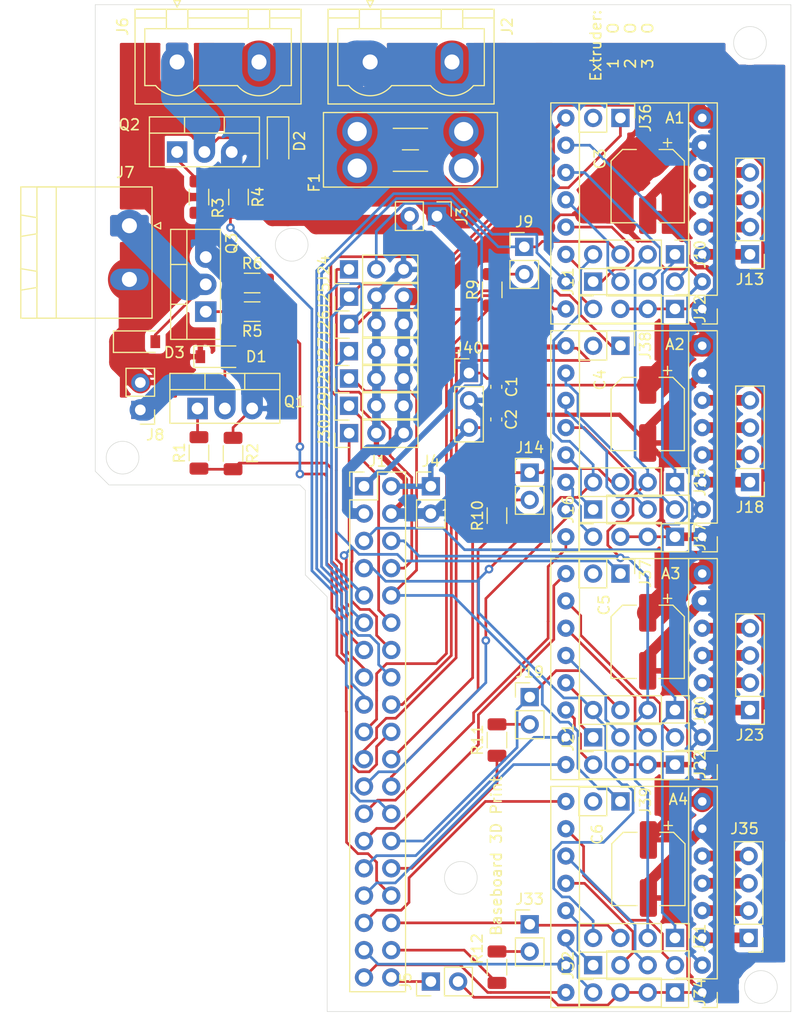
<source format=kicad_pcb>
(kicad_pcb (version 20171130) (host pcbnew "(5.1.10)-1")
  (layers (0 F.Cu signal) (31 B.Cu signal) (34 B.Paste user) (35 F.Paste user) (36 B.SilkS user) (37 F.SilkS user) (38 B.Mask user) (39 F.Mask user) (44 Edge.Cuts user))
  (net 0 "")
  (net 1 GND)
  (net 2 EN_X)
  (net 3 Logic_PWR)
  (net 4 "Net-(A1-Pad10)")
  (net 5 "Net-(A1-Pad3)")
  (net 6 "Net-(A1-Pad11)")
  (net 7 "Net-(A1-Pad4)")
  (net 8 "Net-(A1-Pad12)")
  (net 9 "Net-(A1-Pad5)")
  (net 10 "Net-(A1-Pad13)")
  (net 11 "Net-(A1-Pad6)")
  (net 12 "Net-(A1-Pad14)")
  (net 13 STEP_X)
  (net 14 VDD)
  (net 15 DIR_X)
  (net 16 EN_Y)
  (net 17 "Net-(A2-Pad10)")
  (net 18 "Net-(A2-Pad3)")
  (net 19 "Net-(A2-Pad11)")
  (net 20 "Net-(A2-Pad4)")
  (net 21 "Net-(A2-Pad12)")
  (net 22 "Net-(A2-Pad5)")
  (net 23 "Net-(A2-Pad13)")
  (net 24 "Net-(A2-Pad6)")
  (net 25 "Net-(A2-Pad14)")
  (net 26 STEP_Y)
  (net 27 DIR_Y)
  (net 28 DIR_Z)
  (net 29 STEP_Z)
  (net 30 "Net-(A3-Pad14)")
  (net 31 "Net-(A3-Pad6)")
  (net 32 "Net-(A3-Pad13)")
  (net 33 "Net-(A3-Pad5)")
  (net 34 "Net-(A3-Pad12)")
  (net 35 "Net-(A3-Pad4)")
  (net 36 "Net-(A3-Pad11)")
  (net 37 "Net-(A3-Pad3)")
  (net 38 "Net-(A3-Pad10)")
  (net 39 EN_Z)
  (net 40 +5V)
  (net 41 "Net-(D1-Pad2)")
  (net 42 "Net-(D2-Pad2)")
  (net 43 "Net-(D3-Pad2)")
  (net 44 "Net-(F1-Pad2)")
  (net 45 MOSI)
  (net 46 SCK)
  (net 47 MISO)
  (net 48 SV0)
  (net 49 X-MIN)
  (net 50 X-MAX)
  (net 51 Y-MIN)
  (net 52 Y-MAX)
  (net 53 Z-MIN)
  (net 54 Z-MAX)
  (net 55 CS_RX_X)
  (net 56 TX_X)
  (net 57 FET1)
  (net 58 CS_RX_Y)
  (net 59 TX_Y)
  (net 60 FET2)
  (net 61 CS_RX_Z)
  (net 62 TX_Z)
  (net 63 FET3)
  (net 64 "Net-(J9-Pad2)")
  (net 65 "Net-(J14-Pad2)")
  (net 66 "Net-(J19-Pad2)")
  (net 67 "Net-(Q1-Pad1)")
  (net 68 "Net-(Q2-Pad1)")
  (net 69 "Net-(Q3-Pad1)")
  (net 70 EN_E0)
  (net 71 "Net-(A4-Pad10)")
  (net 72 "Net-(A4-Pad3)")
  (net 73 "Net-(A4-Pad11)")
  (net 74 "Net-(A4-Pad4)")
  (net 75 "Net-(A4-Pad12)")
  (net 76 "Net-(A4-Pad5)")
  (net 77 "Net-(A4-Pad13)")
  (net 78 "Net-(A4-Pad6)")
  (net 79 "Net-(A4-Pad14)")
  (net 80 STEP_E0)
  (net 81 DIR_E0)
  (net 82 CS_RX_E0)
  (net 83 TX_E0)
  (net 84 FET4)
  (net 85 "Net-(J33-Pad2)")
  (net 86 "Net-(J36-Pad2)")
  (net 87 "Net-(J37-Pad2)")
  (net 88 "Net-(J38-Pad2)")
  (net 89 "Net-(J39-Pad2)")
  (module Module:Pololu_Breakout-16_15.2x20.3mm (layer F.Cu) (at 89.535 50.165 180)
    (fp_text reference A1 (at 2.54 17.78) (layer F.SilkS))
    (fp_text value Pololu_Breakout_A4988)
    (pad 16 thru_hole oval (at 12.7 0 180) (size 1.6 1.6) (drill 0.8) (layers *.Cu *.Mask) (net 15 DIR_X))
    (pad 8 thru_hole oval (at 0 17.78 180) (size 1.6 1.6) (drill 0.8) (layers *.Cu *.Mask) (net 14 VDD))
    (pad 15 thru_hole oval (at 12.7 2.54 180) (size 1.6 1.6) (drill 0.8) (layers *.Cu *.Mask) (net 13 STEP_X))
    (pad 7 thru_hole oval (at 0 15.24 180) (size 1.6 1.6) (drill 0.8) (layers *.Cu *.Mask) (net 1 GND))
    (pad 14 thru_hole oval (at 12.7 5.08 180) (size 1.6 1.6) (drill 0.8) (layers *.Cu *.Mask) (net 12 "Net-(A1-Pad14)"))
    (pad 6 thru_hole oval (at 0 12.7 180) (size 1.6 1.6) (drill 0.8) (layers *.Cu *.Mask) (net 11 "Net-(A1-Pad6)"))
    (pad 13 thru_hole oval (at 12.7 7.62 180) (size 1.6 1.6) (drill 0.8) (layers *.Cu *.Mask) (net 10 "Net-(A1-Pad13)"))
    (pad 5 thru_hole oval (at 0 10.16 180) (size 1.6 1.6) (drill 0.8) (layers *.Cu *.Mask) (net 9 "Net-(A1-Pad5)"))
    (pad 12 thru_hole oval (at 12.7 10.16 180) (size 1.6 1.6) (drill 0.8) (layers *.Cu *.Mask) (net 8 "Net-(A1-Pad12)"))
    (pad 4 thru_hole oval (at 0 7.62 180) (size 1.6 1.6) (drill 0.8) (layers *.Cu *.Mask) (net 7 "Net-(A1-Pad4)"))
    (pad 11 thru_hole oval (at 12.7 12.7 180) (size 1.6 1.6) (drill 0.8) (layers *.Cu *.Mask) (net 6 "Net-(A1-Pad11)"))
    (pad 3 thru_hole oval (at 0 5.08 180) (size 1.6 1.6) (drill 0.8) (layers *.Cu *.Mask) (net 5 "Net-(A1-Pad3)"))
    (pad 10 thru_hole oval (at 12.7 15.24 180) (size 1.6 1.6) (drill 0.8) (layers *.Cu *.Mask) (net 4 "Net-(A1-Pad10)"))
    (pad 2 thru_hole oval (at 0 2.54 180) (size 1.6 1.6) (drill 0.8) (layers *.Cu *.Mask) (net 3 Logic_PWR))
    (pad 9 thru_hole oval (at 12.7 17.78 180) (size 1.6 1.6) (drill 0.8) (layers *.Cu *.Mask) (net 2 EN_X))
    (pad 1 thru_hole rect (at 0 0 180) (size 1.6 1.6) (drill 0.8) (layers *.Cu *.Mask) (net 1 GND))
  )
  (module Module:Pololu_Breakout-16_15.2x20.3mm (layer F.Cu) (at 89.535 71.374 180)
    (fp_text reference A2 (at 2.54 17.907) (layer F.SilkS))
    (fp_text value Pololu_Breakout_A4988)
    (pad 1 thru_hole rect (at 0 0 180) (size 1.6 1.6) (drill 0.8) (layers *.Cu *.Mask) (net 1 GND))
    (pad 9 thru_hole oval (at 12.7 17.78 180) (size 1.6 1.6) (drill 0.8) (layers *.Cu *.Mask) (net 16 EN_Y))
    (pad 2 thru_hole oval (at 0 2.54 180) (size 1.6 1.6) (drill 0.8) (layers *.Cu *.Mask) (net 3 Logic_PWR))
    (pad 10 thru_hole oval (at 12.7 15.24 180) (size 1.6 1.6) (drill 0.8) (layers *.Cu *.Mask) (net 17 "Net-(A2-Pad10)"))
    (pad 3 thru_hole oval (at 0 5.08 180) (size 1.6 1.6) (drill 0.8) (layers *.Cu *.Mask) (net 18 "Net-(A2-Pad3)"))
    (pad 11 thru_hole oval (at 12.7 12.7 180) (size 1.6 1.6) (drill 0.8) (layers *.Cu *.Mask) (net 19 "Net-(A2-Pad11)"))
    (pad 4 thru_hole oval (at 0 7.62 180) (size 1.6 1.6) (drill 0.8) (layers *.Cu *.Mask) (net 20 "Net-(A2-Pad4)"))
    (pad 12 thru_hole oval (at 12.7 10.16 180) (size 1.6 1.6) (drill 0.8) (layers *.Cu *.Mask) (net 21 "Net-(A2-Pad12)"))
    (pad 5 thru_hole oval (at 0 10.16 180) (size 1.6 1.6) (drill 0.8) (layers *.Cu *.Mask) (net 22 "Net-(A2-Pad5)"))
    (pad 13 thru_hole oval (at 12.7 7.62 180) (size 1.6 1.6) (drill 0.8) (layers *.Cu *.Mask) (net 23 "Net-(A2-Pad13)"))
    (pad 6 thru_hole oval (at 0 12.7 180) (size 1.6 1.6) (drill 0.8) (layers *.Cu *.Mask) (net 24 "Net-(A2-Pad6)"))
    (pad 14 thru_hole oval (at 12.7 5.08 180) (size 1.6 1.6) (drill 0.8) (layers *.Cu *.Mask) (net 25 "Net-(A2-Pad14)"))
    (pad 7 thru_hole oval (at 0 15.24 180) (size 1.6 1.6) (drill 0.8) (layers *.Cu *.Mask) (net 1 GND))
    (pad 15 thru_hole oval (at 12.7 2.54 180) (size 1.6 1.6) (drill 0.8) (layers *.Cu *.Mask) (net 26 STEP_Y))
    (pad 8 thru_hole oval (at 0 17.78 180) (size 1.6 1.6) (drill 0.8) (layers *.Cu *.Mask) (net 14 VDD))
    (pad 16 thru_hole oval (at 12.7 0 180) (size 1.6 1.6) (drill 0.8) (layers *.Cu *.Mask) (net 27 DIR_Y))
  )
  (module Module:Pololu_Breakout-16_15.2x20.3mm (layer F.Cu) (at 89.535 92.583 180)
    (fp_text reference A3 (at 2.921 17.78) (layer F.SilkS))
    (fp_text value Pololu_Breakout_A4988)
    (pad 1 thru_hole rect (at 0 0 180) (size 1.6 1.6) (drill 0.8) (layers *.Cu *.Mask) (net 1 GND))
    (pad 9 thru_hole oval (at 12.7 17.78 180) (size 1.6 1.6) (drill 0.8) (layers *.Cu *.Mask) (net 39 EN_Z))
    (pad 2 thru_hole oval (at 0 2.54 180) (size 1.6 1.6) (drill 0.8) (layers *.Cu *.Mask) (net 3 Logic_PWR))
    (pad 10 thru_hole oval (at 12.7 15.24 180) (size 1.6 1.6) (drill 0.8) (layers *.Cu *.Mask) (net 38 "Net-(A3-Pad10)"))
    (pad 3 thru_hole oval (at 0 5.08 180) (size 1.6 1.6) (drill 0.8) (layers *.Cu *.Mask) (net 37 "Net-(A3-Pad3)"))
    (pad 11 thru_hole oval (at 12.7 12.7 180) (size 1.6 1.6) (drill 0.8) (layers *.Cu *.Mask) (net 36 "Net-(A3-Pad11)"))
    (pad 4 thru_hole oval (at 0 7.62 180) (size 1.6 1.6) (drill 0.8) (layers *.Cu *.Mask) (net 35 "Net-(A3-Pad4)"))
    (pad 12 thru_hole oval (at 12.7 10.16 180) (size 1.6 1.6) (drill 0.8) (layers *.Cu *.Mask) (net 34 "Net-(A3-Pad12)"))
    (pad 5 thru_hole oval (at 0 10.16 180) (size 1.6 1.6) (drill 0.8) (layers *.Cu *.Mask) (net 33 "Net-(A3-Pad5)"))
    (pad 13 thru_hole oval (at 12.7 7.62 180) (size 1.6 1.6) (drill 0.8) (layers *.Cu *.Mask) (net 32 "Net-(A3-Pad13)"))
    (pad 6 thru_hole oval (at 0 12.7 180) (size 1.6 1.6) (drill 0.8) (layers *.Cu *.Mask) (net 31 "Net-(A3-Pad6)"))
    (pad 14 thru_hole oval (at 12.7 5.08 180) (size 1.6 1.6) (drill 0.8) (layers *.Cu *.Mask) (net 30 "Net-(A3-Pad14)"))
    (pad 7 thru_hole oval (at 0 15.24 180) (size 1.6 1.6) (drill 0.8) (layers *.Cu *.Mask) (net 1 GND))
    (pad 15 thru_hole oval (at 12.7 2.54 180) (size 1.6 1.6) (drill 0.8) (layers *.Cu *.Mask) (net 29 STEP_Z))
    (pad 8 thru_hole oval (at 0 17.78 180) (size 1.6 1.6) (drill 0.8) (layers *.Cu *.Mask) (net 14 VDD))
    (pad 16 thru_hole oval (at 12.7 0 180) (size 1.6 1.6) (drill 0.8) (layers *.Cu *.Mask) (net 28 DIR_Z))
  )
  (module Module:Pololu_Breakout-16_15.2x20.3mm (layer F.Cu) (at 89.535 113.792 180)
    (fp_text reference A4 (at 2.2225 17.9705) (layer F.SilkS))
    (fp_text value Pololu_Breakout_A4988)
    (pad 16 thru_hole oval (at 12.7 0 180) (size 1.6 1.6) (drill 0.8) (layers *.Cu *.Mask) (net 81 DIR_E0))
    (pad 8 thru_hole oval (at 0 17.78 180) (size 1.6 1.6) (drill 0.8) (layers *.Cu *.Mask) (net 14 VDD))
    (pad 15 thru_hole oval (at 12.7 2.54 180) (size 1.6 1.6) (drill 0.8) (layers *.Cu *.Mask) (net 80 STEP_E0))
    (pad 7 thru_hole oval (at 0 15.24 180) (size 1.6 1.6) (drill 0.8) (layers *.Cu *.Mask) (net 1 GND))
    (pad 14 thru_hole oval (at 12.7 5.08 180) (size 1.6 1.6) (drill 0.8) (layers *.Cu *.Mask) (net 79 "Net-(A4-Pad14)"))
    (pad 6 thru_hole oval (at 0 12.7 180) (size 1.6 1.6) (drill 0.8) (layers *.Cu *.Mask) (net 78 "Net-(A4-Pad6)"))
    (pad 13 thru_hole oval (at 12.7 7.62 180) (size 1.6 1.6) (drill 0.8) (layers *.Cu *.Mask) (net 77 "Net-(A4-Pad13)"))
    (pad 5 thru_hole oval (at 0 10.16 180) (size 1.6 1.6) (drill 0.8) (layers *.Cu *.Mask) (net 76 "Net-(A4-Pad5)"))
    (pad 12 thru_hole oval (at 12.7 10.16 180) (size 1.6 1.6) (drill 0.8) (layers *.Cu *.Mask) (net 75 "Net-(A4-Pad12)"))
    (pad 4 thru_hole oval (at 0 7.62 180) (size 1.6 1.6) (drill 0.8) (layers *.Cu *.Mask) (net 74 "Net-(A4-Pad4)"))
    (pad 11 thru_hole oval (at 12.7 12.7 180) (size 1.6 1.6) (drill 0.8) (layers *.Cu *.Mask) (net 73 "Net-(A4-Pad11)"))
    (pad 3 thru_hole oval (at 0 5.08 180) (size 1.6 1.6) (drill 0.8) (layers *.Cu *.Mask) (net 72 "Net-(A4-Pad3)"))
    (pad 10 thru_hole oval (at 12.7 15.24 180) (size 1.6 1.6) (drill 0.8) (layers *.Cu *.Mask) (net 71 "Net-(A4-Pad10)"))
    (pad 2 thru_hole oval (at 0 2.54 180) (size 1.6 1.6) (drill 0.8) (layers *.Cu *.Mask) (net 3 Logic_PWR))
    (pad 9 thru_hole oval (at 12.7 17.78 180) (size 1.6 1.6) (drill 0.8) (layers *.Cu *.Mask) (net 70 EN_E0))
    (pad 1 thru_hole rect (at 0 0 180) (size 1.6 1.6) (drill 0.8) (layers *.Cu *.Mask) (net 1 GND))
  )
  (module Capacitor_SMD:CP_Elec_6.3x7.7 (layer F.Cu) (at 84.455 38.735 270)
    (fp_text reference C3 (at -2.54 4.445 90) (layer F.SilkS))
    (fp_text value 100uF)
    (pad 2 smd roundrect (at 2.7 0 270) (size 3.5 1.6) (layers F.Cu F.Paste F.Mask) (roundrect_rratio 0.15625) (net 1 GND))
    (pad 1 smd roundrect (at -2.7 0 270) (size 3.5 1.6) (layers F.Cu F.Paste F.Mask) (roundrect_rratio 0.15625) (net 14 VDD))
  )
  (module Capacitor_SMD:CP_Elec_6.3x7.7 (layer F.Cu) (at 84.455 59.944 270)
    (fp_text reference C4 (at -3.175 4.445 90) (layer F.SilkS))
    (fp_text value 100uF)
    (pad 1 smd roundrect (at -2.7 0 270) (size 3.5 1.6) (layers F.Cu F.Paste F.Mask) (roundrect_rratio 0.15625) (net 14 VDD))
    (pad 2 smd roundrect (at 2.7 0 270) (size 3.5 1.6) (layers F.Cu F.Paste F.Mask) (roundrect_rratio 0.15625) (net 1 GND))
  )
  (module Capacitor_SMD:CP_Elec_6.3x7.7 (layer F.Cu) (at 84.455 81.153 270)
    (fp_text reference C5 (at -3.429 4.064 90) (layer F.SilkS))
    (fp_text value 100uF)
    (pad 2 smd roundrect (at 2.7 0 270) (size 3.5 1.6) (layers F.Cu F.Paste F.Mask) (roundrect_rratio 0.15625) (net 1 GND))
    (pad 1 smd roundrect (at -2.7 0 270) (size 3.5 1.6) (layers F.Cu F.Paste F.Mask) (roundrect_rratio 0.15625) (net 14 VDD))
  )
  (module Capacitor_SMD:CP_Elec_6.3x7.7 (layer F.Cu) (at 84.5185 102.298 270)
    (fp_text reference C6 (at -3.2385 4.7625 90) (layer F.SilkS))
    (fp_text value 100uF)
    (pad 1 smd roundrect (at -2.7 0 270) (size 3.5 1.6) (layers F.Cu F.Paste F.Mask) (roundrect_rratio 0.15625) (net 14 VDD))
    (pad 2 smd roundrect (at 2.7 0 270) (size 3.5 1.6) (layers F.Cu F.Paste F.Mask) (roundrect_rratio 0.15625) (net 1 GND))
  )
  (module Diode_SMD:D_SOD-123 (layer F.Cu) (at 44.45 54.61)
    (fp_text reference D1 (at 3.556 0) (layer F.SilkS))
    (fp_text value 1N5819)
    (pad 2 smd rect (at 1.65 0) (size 0.9 1.2) (layers F.Cu F.Paste F.Mask) (net 41 "Net-(D1-Pad2)"))
    (pad 1 smd rect (at -1.65 0) (size 0.9 1.2) (layers F.Cu F.Paste F.Mask) (net 14 VDD))
  )
  (module Diode_SMD:D_SOD-123 (layer F.Cu) (at 50.038 34.544 270)
    (fp_text reference D2 (at 0 -2 90) (layer F.SilkS))
    (fp_text value 1N5819)
    (pad 1 smd rect (at -1.65 0 270) (size 0.9 1.2) (layers F.Cu F.Paste F.Mask) (net 14 VDD))
    (pad 2 smd rect (at 1.65 0 270) (size 0.9 1.2) (layers F.Cu F.Paste F.Mask) (net 42 "Net-(D2-Pad2)"))
  )
  (module Diode_SMD:D_SOD-123 (layer F.Cu) (at 36.957 53.213)
    (fp_text reference D3 (at 3.429 1.016) (layer F.SilkS))
    (fp_text value 1N5819)
    (pad 2 smd rect (at 1.65 0) (size 0.9 1.2) (layers F.Cu F.Paste F.Mask) (net 43 "Net-(D3-Pad2)"))
    (pad 1 smd rect (at -1.65 0) (size 0.9 1.2) (layers F.Cu F.Paste F.Mask) (net 14 VDD))
  )
  (module Fuse:Fuseholder_Blade_Mini_Keystone_3568 (layer F.Cu) (at 57.404 33.655)
    (fp_text reference F1 (at -4.0005 4.7625 90) (layer F.SilkS))
    (fp_text value Fuse)
    (pad 1 thru_hole circle (at 0 0) (size 2.78 2.78) (drill 1.78) (layers *.Cu *.Mask) (net 14 VDD))
    (pad 1 thru_hole circle (at 0 3.4) (size 2.78 2.78) (drill 1.78) (layers *.Cu *.Mask) (net 14 VDD))
    (pad 2 thru_hole circle (at 9.92 0) (size 2.78 2.78) (drill 1.78) (layers *.Cu *.Mask) (net 44 "Net-(F1-Pad2)"))
    (pad 2 thru_hole circle (at 9.92 3.4) (size 2.78 2.78) (drill 1.78) (layers *.Cu *.Mask) (net 44 "Net-(F1-Pad2)"))
  )
  (module Connector_PinHeader_2.54mm:PinHeader_2x19_P2.54mm_Vertical (layer F.Cu) (at 58.039 66.675)
    (fp_text reference J1 (at 1.27 -2.33) (layer F.SilkS))
    (fp_text value MCU_Interface_0)
    (pad 1 thru_hole rect (at 0 0) (size 1.7 1.7) (drill 1) (layers *.Cu *.Mask) (net 14 VDD))
    (pad 2 thru_hole oval (at 2.54 0) (size 1.7 1.7) (drill 1) (layers *.Cu *.Mask) (net 40 +5V))
    (pad 3 thru_hole oval (at 0 2.54) (size 1.7 1.7) (drill 1) (layers *.Cu *.Mask) (net 3 Logic_PWR))
    (pad 4 thru_hole oval (at 2.54 2.54) (size 1.7 1.7) (drill 1) (layers *.Cu *.Mask) (net 1 GND))
    (pad 5 thru_hole oval (at 0 5.08) (size 1.7 1.7) (drill 1) (layers *.Cu *.Mask) (net 45 MOSI))
    (pad 6 thru_hole oval (at 2.54 5.08) (size 1.7 1.7) (drill 1) (layers *.Cu *.Mask) (net 46 SCK))
    (pad 7 thru_hole oval (at 0 7.62) (size 1.7 1.7) (drill 1) (layers *.Cu *.Mask) (net 47 MISO))
    (pad 8 thru_hole oval (at 2.54 7.62) (size 1.7 1.7) (drill 1) (layers *.Cu *.Mask) (net 48 SV0))
    (pad 9 thru_hole oval (at 0 10.16) (size 1.7 1.7) (drill 1) (layers *.Cu *.Mask) (net 49 X-MIN))
    (pad 10 thru_hole oval (at 2.54 10.16) (size 1.7 1.7) (drill 1) (layers *.Cu *.Mask) (net 50 X-MAX))
    (pad 11 thru_hole oval (at 0 12.7) (size 1.7 1.7) (drill 1) (layers *.Cu *.Mask) (net 51 Y-MIN))
    (pad 12 thru_hole oval (at 2.54 12.7) (size 1.7 1.7) (drill 1) (layers *.Cu *.Mask) (net 52 Y-MAX))
    (pad 13 thru_hole oval (at 0 15.24) (size 1.7 1.7) (drill 1) (layers *.Cu *.Mask) (net 53 Z-MIN))
    (pad 14 thru_hole oval (at 2.54 15.24) (size 1.7 1.7) (drill 1) (layers *.Cu *.Mask) (net 54 Z-MAX))
    (pad 15 thru_hole oval (at 0 17.78) (size 1.7 1.7) (drill 1) (layers *.Cu *.Mask) (net 2 EN_X))
    (pad 16 thru_hole oval (at 2.54 17.78) (size 1.7 1.7) (drill 1) (layers *.Cu *.Mask) (net 55 CS_RX_X))
    (pad 17 thru_hole oval (at 0 20.32) (size 1.7 1.7) (drill 1) (layers *.Cu *.Mask) (net 13 STEP_X))
    (pad 18 thru_hole oval (at 2.54 20.32) (size 1.7 1.7) (drill 1) (layers *.Cu *.Mask) (net 56 TX_X))
    (pad 19 thru_hole oval (at 0 22.86) (size 1.7 1.7) (drill 1) (layers *.Cu *.Mask) (net 15 DIR_X))
    (pad 20 thru_hole oval (at 2.54 22.86) (size 1.7 1.7) (drill 1) (layers *.Cu *.Mask) (net 57 FET1))
    (pad 21 thru_hole oval (at 0 25.4) (size 1.7 1.7) (drill 1) (layers *.Cu *.Mask) (net 16 EN_Y))
    (pad 22 thru_hole oval (at 2.54 25.4) (size 1.7 1.7) (drill 1) (layers *.Cu *.Mask) (net 58 CS_RX_Y))
    (pad 23 thru_hole oval (at 0 27.94) (size 1.7 1.7) (drill 1) (layers *.Cu *.Mask) (net 26 STEP_Y))
    (pad 24 thru_hole oval (at 2.54 27.94) (size 1.7 1.7) (drill 1) (layers *.Cu *.Mask) (net 59 TX_Y))
    (pad 25 thru_hole oval (at 0 30.48) (size 1.7 1.7) (drill 1) (layers *.Cu *.Mask) (net 27 DIR_Y))
    (pad 26 thru_hole oval (at 2.54 30.48) (size 1.7 1.7) (drill 1) (layers *.Cu *.Mask) (net 60 FET2))
    (pad 27 thru_hole oval (at 0 33.02) (size 1.7 1.7) (drill 1) (layers *.Cu *.Mask) (net 39 EN_Z))
    (pad 28 thru_hole oval (at 2.54 33.02) (size 1.7 1.7) (drill 1) (layers *.Cu *.Mask) (net 61 CS_RX_Z))
    (pad 29 thru_hole oval (at 0 35.56) (size 1.7 1.7) (drill 1) (layers *.Cu *.Mask) (net 29 STEP_Z))
    (pad 30 thru_hole oval (at 2.54 35.56) (size 1.7 1.7) (drill 1) (layers *.Cu *.Mask) (net 62 TX_Z))
    (pad 31 thru_hole oval (at 0 38.1) (size 1.7 1.7) (drill 1) (layers *.Cu *.Mask) (net 28 DIR_Z))
    (pad 32 thru_hole oval (at 2.54 38.1) (size 1.7 1.7) (drill 1) (layers *.Cu *.Mask) (net 63 FET3))
    (pad 33 thru_hole oval (at 0 40.64) (size 1.7 1.7) (drill 1) (layers *.Cu *.Mask) (net 70 EN_E0))
    (pad 34 thru_hole oval (at 2.54 40.64) (size 1.7 1.7) (drill 1) (layers *.Cu *.Mask) (net 82 CS_RX_E0))
    (pad 35 thru_hole oval (at 0 43.18) (size 1.7 1.7) (drill 1) (layers *.Cu *.Mask) (net 80 STEP_E0))
    (pad 36 thru_hole oval (at 2.54 43.18) (size 1.7 1.7) (drill 1) (layers *.Cu *.Mask) (net 83 TX_E0))
    (pad 37 thru_hole oval (at 0 45.72) (size 1.7 1.7) (drill 1) (layers *.Cu *.Mask) (net 81 DIR_E0))
    (pad 38 thru_hole oval (at 2.54 45.72) (size 1.7 1.7) (drill 1) (layers *.Cu *.Mask) (net 84 FET4))
  )
  (module Connector_Phoenix_GMSTB:PhoenixContact_GMSTBVA_2,5_2-G-7,62_1x02_P7.62mm_Vertical (layer F.Cu) (at 58.6105 27.178)
    (fp_text reference J2 (at 12.7635 -3.302 90) (layer F.SilkS))
    (fp_text value POWER_IN)
    (pad 1 thru_hole roundrect (at 0 0) (size 2.1 3.6) (drill 1.4) (layers *.Cu *.Mask) (roundrect_rratio 0.119048) (net 1 GND))
    (pad 2 thru_hole oval (at 7.62 0) (size 2.1 3.6) (drill 1.4) (layers *.Cu *.Mask) (net 44 "Net-(F1-Pad2)"))
  )
  (module Connector_PinHeader_2.54mm:PinHeader_1x02_P2.54mm_Vertical (layer F.Cu) (at 64.8335 41.529 270)
    (fp_text reference J3 (at 0 -2.33 90) (layer F.SilkS))
    (fp_text value POWER_OUT)
    (pad 2 thru_hole oval (at 0 2.54 270) (size 1.7 1.7) (drill 1) (layers *.Cu *.Mask) (net 1 GND))
    (pad 1 thru_hole rect (at 0 0 270) (size 1.7 1.7) (drill 1) (layers *.Cu *.Mask) (net 14 VDD))
  )
  (module Connector_PinHeader_2.54mm:PinHeader_1x02_P2.54mm_Vertical (layer F.Cu) (at 64.262 66.675)
    (fp_text reference J4 (at 0 -2.33) (layer F.SilkS))
    (fp_text value 5V)
    (pad 1 thru_hole rect (at 0 0) (size 1.7 1.7) (drill 1) (layers *.Cu *.Mask) (net 40 +5V))
    (pad 2 thru_hole oval (at 0 2.54) (size 1.7 1.7) (drill 1) (layers *.Cu *.Mask) (net 1 GND))
  )
  (module Connector_PinHeader_2.54mm:PinHeader_1x02_P2.54mm_Vertical (layer F.Cu) (at 64.262 112.776 90)
    (fp_text reference J5 (at 0 -2.33 90) (layer F.SilkS))
    (fp_text value FET4)
    (pad 1 thru_hole rect (at 0 0 90) (size 1.7 1.7) (drill 1) (layers *.Cu *.Mask) (net 84 FET4))
    (pad 2 thru_hole oval (at 0 2.54 90) (size 1.7 1.7) (drill 1) (layers *.Cu *.Mask) (net 1 GND))
  )
  (module Connector_Phoenix_GMSTB:PhoenixContact_GMSTBVA_2,5_2-G-7,62_1x02_P7.62mm_Vertical (layer F.Cu) (at 40.64 27.178)
    (fp_text reference J6 (at -5.08 -3.302 270) (layer F.SilkS))
    (fp_text value FET2)
    (pad 2 thru_hole oval (at 7.62 0) (size 2.1 3.6) (drill 1.4) (layers *.Cu *.Mask) (net 14 VDD))
    (pad 1 thru_hole roundrect (at 0 0) (size 2.1 3.6) (drill 1.4) (layers *.Cu *.Mask) (roundrect_rratio 0.119048) (net 42 "Net-(D2-Pad2)"))
  )
  (module Connector_Phoenix_MSTB:PhoenixContact_MSTBA_2,5_2-G_1x02_P5.00mm_Horizontal (layer F.Cu) (at 36.195 42.418 270)
    (fp_text reference J7 (at -4.953 0.381 180) (layer F.SilkS))
    (fp_text value FET3)
    (pad 1 thru_hole roundrect (at 0 0 270) (size 2 3.6) (drill 1.4) (layers *.Cu *.Mask) (roundrect_rratio 0.125) (net 43 "Net-(D3-Pad2)"))
    (pad 2 thru_hole oval (at 5 0 270) (size 2 3.6) (drill 1.4) (layers *.Cu *.Mask) (net 14 VDD))
  )
  (module Connector_PinHeader_2.54mm:PinHeader_1x02_P2.54mm_Vertical (layer F.Cu) (at 37.211 59.563 180)
    (fp_text reference J8 (at -1.397 -2.33) (layer F.SilkS))
    (fp_text value FET1)
    (pad 1 thru_hole rect (at 0 0 180) (size 1.7 1.7) (drill 1) (layers *.Cu *.Mask) (net 41 "Net-(D1-Pad2)"))
    (pad 2 thru_hole oval (at 0 2.54 180) (size 1.7 1.7) (drill 1) (layers *.Cu *.Mask) (net 14 VDD))
  )
  (module Connector_PinHeader_2.54mm:PinHeader_1x02_P2.54mm_Vertical (layer F.Cu) (at 72.9615 44.3865)
    (fp_text reference J9 (at 0 -2.33) (layer F.SilkS))
    (fp_text value UART_X)
    (pad 2 thru_hole oval (at 0 2.54) (size 1.7 1.7) (drill 1) (layers *.Cu *.Mask) (net 64 "Net-(J9-Pad2)"))
    (pad 1 thru_hole rect (at 0 0) (size 1.7 1.7) (drill 1) (layers *.Cu *.Mask) (net 55 CS_RX_X))
  )
  (module Connector_PinHeader_2.54mm:PinHeader_1x04_P2.54mm_Vertical (layer F.Cu) (at 86.995 45.085 270)
    (fp_text reference J10 (at 0 -2.33 90) (layer F.SilkS))
    (fp_text value X_TMC)
    (pad 4 thru_hole oval (at 0 7.62 270) (size 1.7 1.7) (drill 1) (layers *.Cu *.Mask) (net 47 MISO))
    (pad 3 thru_hole oval (at 0 5.08 270) (size 1.7 1.7) (drill 1) (layers *.Cu *.Mask) (net 55 CS_RX_X))
    (pad 2 thru_hole oval (at 0 2.54 270) (size 1.7 1.7) (drill 1) (layers *.Cu *.Mask) (net 46 SCK))
    (pad 1 thru_hole rect (at 0 0 270) (size 1.7 1.7) (drill 1) (layers *.Cu *.Mask) (net 45 MOSI))
  )
  (module Connector_PinHeader_2.54mm:PinHeader_1x04_P2.54mm_Vertical (layer F.Cu) (at 93.98 45.085 180)
    (fp_text reference J13 (at 0 -2.33) (layer F.SilkS))
    (fp_text value X_STEPPER)
    (pad 1 thru_hole rect (at 0 0 180) (size 1.7 1.7) (drill 1) (layers *.Cu *.Mask) (net 5 "Net-(A1-Pad3)"))
    (pad 2 thru_hole oval (at 0 2.54 180) (size 1.7 1.7) (drill 1) (layers *.Cu *.Mask) (net 7 "Net-(A1-Pad4)"))
    (pad 3 thru_hole oval (at 0 5.08 180) (size 1.7 1.7) (drill 1) (layers *.Cu *.Mask) (net 9 "Net-(A1-Pad5)"))
    (pad 4 thru_hole oval (at 0 7.62 180) (size 1.7 1.7) (drill 1) (layers *.Cu *.Mask) (net 11 "Net-(A1-Pad6)"))
  )
  (module Connector_PinHeader_2.54mm:PinHeader_1x02_P2.54mm_Vertical (layer F.Cu) (at 73.4695 65.405)
    (fp_text reference J14 (at 0 -2.33) (layer F.SilkS))
    (fp_text value UART_Y)
    (pad 1 thru_hole rect (at 0 0) (size 1.7 1.7) (drill 1) (layers *.Cu *.Mask) (net 58 CS_RX_Y))
    (pad 2 thru_hole oval (at 0 2.54) (size 1.7 1.7) (drill 1) (layers *.Cu *.Mask) (net 65 "Net-(J14-Pad2)"))
  )
  (module Connector_PinHeader_2.54mm:PinHeader_1x04_P2.54mm_Vertical (layer F.Cu) (at 86.995 66.294 270)
    (fp_text reference J15 (at 0 -2.33 90) (layer F.SilkS))
    (fp_text value Y_TMC)
    (pad 1 thru_hole rect (at 0 0 270) (size 1.7 1.7) (drill 1) (layers *.Cu *.Mask) (net 45 MOSI))
    (pad 2 thru_hole oval (at 0 2.54 270) (size 1.7 1.7) (drill 1) (layers *.Cu *.Mask) (net 46 SCK))
    (pad 3 thru_hole oval (at 0 5.08 270) (size 1.7 1.7) (drill 1) (layers *.Cu *.Mask) (net 58 CS_RX_Y))
    (pad 4 thru_hole oval (at 0 7.62 270) (size 1.7 1.7) (drill 1) (layers *.Cu *.Mask) (net 47 MISO))
  )
  (module Connector_PinHeader_2.54mm:PinHeader_1x04_P2.54mm_Vertical (layer F.Cu) (at 93.98 66.294 180)
    (fp_text reference J18 (at 0 -2.33) (layer F.SilkS))
    (fp_text value Y_STEPPER)
    (pad 4 thru_hole oval (at 0 7.62 180) (size 1.7 1.7) (drill 1) (layers *.Cu *.Mask) (net 24 "Net-(A2-Pad6)"))
    (pad 3 thru_hole oval (at 0 5.08 180) (size 1.7 1.7) (drill 1) (layers *.Cu *.Mask) (net 22 "Net-(A2-Pad5)"))
    (pad 2 thru_hole oval (at 0 2.54 180) (size 1.7 1.7) (drill 1) (layers *.Cu *.Mask) (net 20 "Net-(A2-Pad4)"))
    (pad 1 thru_hole rect (at 0 0 180) (size 1.7 1.7) (drill 1) (layers *.Cu *.Mask) (net 18 "Net-(A2-Pad3)"))
  )
  (module Connector_PinHeader_2.54mm:PinHeader_1x02_P2.54mm_Vertical (layer F.Cu) (at 73.4695 86.2965)
    (fp_text reference J19 (at 0 -2.33) (layer F.SilkS))
    (fp_text value UART_Z)
    (pad 2 thru_hole oval (at 0 2.54) (size 1.7 1.7) (drill 1) (layers *.Cu *.Mask) (net 66 "Net-(J19-Pad2)"))
    (pad 1 thru_hole rect (at 0 0) (size 1.7 1.7) (drill 1) (layers *.Cu *.Mask) (net 61 CS_RX_Z))
  )
  (module Connector_PinHeader_2.54mm:PinHeader_1x04_P2.54mm_Vertical (layer F.Cu) (at 86.995 87.503 270)
    (fp_text reference J20 (at 0 -2.33 90) (layer F.SilkS))
    (fp_text value Z_TMC)
    (pad 4 thru_hole oval (at 0 7.62 270) (size 1.7 1.7) (drill 1) (layers *.Cu *.Mask) (net 47 MISO))
    (pad 3 thru_hole oval (at 0 5.08 270) (size 1.7 1.7) (drill 1) (layers *.Cu *.Mask) (net 61 CS_RX_Z))
    (pad 2 thru_hole oval (at 0 2.54 270) (size 1.7 1.7) (drill 1) (layers *.Cu *.Mask) (net 46 SCK))
    (pad 1 thru_hole rect (at 0 0 270) (size 1.7 1.7) (drill 1) (layers *.Cu *.Mask) (net 45 MOSI))
  )
  (module Connector_PinHeader_2.54mm:PinHeader_1x04_P2.54mm_Vertical (layer F.Cu) (at 93.98 87.503 180)
    (fp_text reference J23 (at 0 -2.33) (layer F.SilkS))
    (fp_text value Z_STEPPER)
    (pad 4 thru_hole oval (at 0 7.62 180) (size 1.7 1.7) (drill 1) (layers *.Cu *.Mask) (net 31 "Net-(A3-Pad6)"))
    (pad 3 thru_hole oval (at 0 5.08 180) (size 1.7 1.7) (drill 1) (layers *.Cu *.Mask) (net 33 "Net-(A3-Pad5)"))
    (pad 2 thru_hole oval (at 0 2.54 180) (size 1.7 1.7) (drill 1) (layers *.Cu *.Mask) (net 35 "Net-(A3-Pad4)"))
    (pad 1 thru_hole rect (at 0 0 180) (size 1.7 1.7) (drill 1) (layers *.Cu *.Mask) (net 37 "Net-(A3-Pad3)"))
  )
  (module Connector_PinHeader_2.54mm:PinHeader_1x03_P2.54mm_Vertical (layer F.Cu) (at 56.642 46.482 90)
    (fp_text reference J24 (at 0 -2.33 90) (layer F.SilkS))
    (fp_text value SERVO)
    (pad 1 thru_hole rect (at 0 0 90) (size 1.7 1.7) (drill 1) (layers *.Cu *.Mask) (net 48 SV0))
    (pad 2 thru_hole oval (at 0 2.54 90) (size 1.7 1.7) (drill 1) (layers *.Cu *.Mask) (net 40 +5V))
    (pad 3 thru_hole oval (at 0 5.08 90) (size 1.7 1.7) (drill 1) (layers *.Cu *.Mask) (net 1 GND))
  )
  (module Connector_PinHeader_2.54mm:PinHeader_1x03_P2.54mm_Vertical (layer F.Cu) (at 56.655 49.022 90)
    (fp_text reference J25 (at 0 -2.33 90) (layer F.SilkS))
    (fp_text value X-MIN)
    (pad 3 thru_hole oval (at 0 5.08 90) (size 1.7 1.7) (drill 1) (layers *.Cu *.Mask) (net 3 Logic_PWR))
    (pad 2 thru_hole oval (at 0 2.54 90) (size 1.7 1.7) (drill 1) (layers *.Cu *.Mask) (net 1 GND))
    (pad 1 thru_hole rect (at 0 0 90) (size 1.7 1.7) (drill 1) (layers *.Cu *.Mask) (net 49 X-MIN))
  )
  (module Connector_PinHeader_2.54mm:PinHeader_1x03_P2.54mm_Vertical (layer F.Cu) (at 56.655 51.562 90)
    (fp_text reference J26 (at 0 -2.33 90) (layer F.SilkS))
    (fp_text value Y-MIN)
    (pad 1 thru_hole rect (at 0 0 90) (size 1.7 1.7) (drill 1) (layers *.Cu *.Mask) (net 51 Y-MIN))
    (pad 2 thru_hole oval (at 0 2.54 90) (size 1.7 1.7) (drill 1) (layers *.Cu *.Mask) (net 1 GND))
    (pad 3 thru_hole oval (at 0 5.08 90) (size 1.7 1.7) (drill 1) (layers *.Cu *.Mask) (net 3 Logic_PWR))
  )
  (module Connector_PinHeader_2.54mm:PinHeader_1x03_P2.54mm_Vertical (layer F.Cu) (at 56.642 54.102 90)
    (fp_text reference J27 (at 0 -2.33 90) (layer F.SilkS))
    (fp_text value Z-MIN)
    (pad 1 thru_hole rect (at 0 0 90) (size 1.7 1.7) (drill 1) (layers *.Cu *.Mask) (net 53 Z-MIN))
    (pad 2 thru_hole oval (at 0 2.54 90) (size 1.7 1.7) (drill 1) (layers *.Cu *.Mask) (net 1 GND))
    (pad 3 thru_hole oval (at 0 5.08 90) (size 1.7 1.7) (drill 1) (layers *.Cu *.Mask) (net 3 Logic_PWR))
  )
  (module Connector_PinHeader_2.54mm:PinHeader_1x03_P2.54mm_Vertical (layer F.Cu) (at 56.642 56.642 90)
    (fp_text reference J28 (at 0 -2.33 90) (layer F.SilkS))
    (fp_text value X-MAX)
    (pad 1 thru_hole rect (at 0 0 90) (size 1.7 1.7) (drill 1) (layers *.Cu *.Mask) (net 50 X-MAX))
    (pad 2 thru_hole oval (at 0 2.54 90) (size 1.7 1.7) (drill 1) (layers *.Cu *.Mask) (net 1 GND))
    (pad 3 thru_hole oval (at 0 5.08 90) (size 1.7 1.7) (drill 1) (layers *.Cu *.Mask) (net 3 Logic_PWR))
  )
  (module Connector_PinHeader_2.54mm:PinHeader_1x03_P2.54mm_Vertical (layer F.Cu) (at 56.642 59.182 90)
    (fp_text reference J29 (at 0 -2.33 90) (layer F.SilkS))
    (fp_text value Y-MAX)
    (pad 3 thru_hole oval (at 0 5.08 90) (size 1.7 1.7) (drill 1) (layers *.Cu *.Mask) (net 3 Logic_PWR))
    (pad 2 thru_hole oval (at 0 2.54 90) (size 1.7 1.7) (drill 1) (layers *.Cu *.Mask) (net 1 GND))
    (pad 1 thru_hole rect (at 0 0 90) (size 1.7 1.7) (drill 1) (layers *.Cu *.Mask) (net 52 Y-MAX))
  )
  (module Connector_PinHeader_2.54mm:PinHeader_1x03_P2.54mm_Vertical (layer F.Cu) (at 56.655 61.728 90)
    (fp_text reference J30 (at 0 -2.33 90) (layer F.SilkS))
    (fp_text value X-MAX)
    (pad 1 thru_hole rect (at 0 0 90) (size 1.7 1.7) (drill 1) (layers *.Cu *.Mask) (net 54 Z-MAX))
    (pad 2 thru_hole oval (at 0 2.54 90) (size 1.7 1.7) (drill 1) (layers *.Cu *.Mask) (net 1 GND))
    (pad 3 thru_hole oval (at 0 5.08 90) (size 1.7 1.7) (drill 1) (layers *.Cu *.Mask) (net 3 Logic_PWR))
  )
  (module Connector_PinHeader_2.54mm:PinHeader_1x04_P2.54mm_Vertical (layer F.Cu) (at 86.995 108.712 270)
    (fp_text reference J31 (at 0 -2.33 90) (layer F.SilkS))
    (fp_text value E0_TMC)
    (pad 1 thru_hole rect (at 0 0 270) (size 1.7 1.7) (drill 1) (layers *.Cu *.Mask) (net 45 MOSI))
    (pad 2 thru_hole oval (at 0 2.54 270) (size 1.7 1.7) (drill 1) (layers *.Cu *.Mask) (net 46 SCK))
    (pad 3 thru_hole oval (at 0 5.08 270) (size 1.7 1.7) (drill 1) (layers *.Cu *.Mask) (net 82 CS_RX_E0))
    (pad 4 thru_hole oval (at 0 7.62 270) (size 1.7 1.7) (drill 1) (layers *.Cu *.Mask) (net 47 MISO))
  )
  (module Connector_PinHeader_2.54mm:PinHeader_1x02_P2.54mm_Vertical (layer F.Cu) (at 73.4695 107.442)
    (fp_text reference J33 (at 0 -2.33) (layer F.SilkS))
    (fp_text value UART_E0)
    (pad 2 thru_hole oval (at 0 2.54) (size 1.7 1.7) (drill 1) (layers *.Cu *.Mask) (net 85 "Net-(J33-Pad2)"))
    (pad 1 thru_hole rect (at 0 0) (size 1.7 1.7) (drill 1) (layers *.Cu *.Mask) (net 82 CS_RX_E0))
  )
  (module Connector_PinHeader_2.54mm:PinHeader_1x04_P2.54mm_Vertical (layer F.Cu) (at 93.853 108.712 180)
    (fp_text reference J35 (at 0.381 10.16) (layer F.SilkS))
    (fp_text value E0_STEPPER)
    (pad 1 thru_hole rect (at 0 0 180) (size 1.7 1.7) (drill 1) (layers *.Cu *.Mask) (net 72 "Net-(A4-Pad3)"))
    (pad 2 thru_hole oval (at 0 2.54 180) (size 1.7 1.7) (drill 1) (layers *.Cu *.Mask) (net 74 "Net-(A4-Pad4)"))
    (pad 3 thru_hole oval (at 0 5.08 180) (size 1.7 1.7) (drill 1) (layers *.Cu *.Mask) (net 76 "Net-(A4-Pad5)"))
    (pad 4 thru_hole oval (at 0 7.62 180) (size 1.7 1.7) (drill 1) (layers *.Cu *.Mask) (net 78 "Net-(A4-Pad6)"))
  )
  (module Package_TO_SOT_THT:TO-220-3_Vertical (layer F.Cu) (at 42.545 59.436)
    (fp_text reference Q1 (at 9.017 -0.635) (layer F.SilkS))
    (fp_text value IRF3205)
    (pad 3 thru_hole oval (at 5.08 0) (size 1.905 2) (drill 1.1) (layers *.Cu *.Mask) (net 1 GND))
    (pad 2 thru_hole oval (at 2.54 0) (size 1.905 2) (drill 1.1) (layers *.Cu *.Mask) (net 41 "Net-(D1-Pad2)"))
    (pad 1 thru_hole rect (at 0 0) (size 1.905 2) (drill 1.1) (layers *.Cu *.Mask) (net 67 "Net-(Q1-Pad1)"))
  )
  (module Package_TO_SOT_THT:TO-220-3_Vertical (layer F.Cu) (at 40.64 35.56)
    (fp_text reference Q2 (at -4.445 -2.54) (layer F.SilkS))
    (fp_text value IRF3205)
    (pad 1 thru_hole rect (at 0 0) (size 1.905 2) (drill 1.1) (layers *.Cu *.Mask) (net 68 "Net-(Q2-Pad1)"))
    (pad 2 thru_hole oval (at 2.54 0) (size 1.905 2) (drill 1.1) (layers *.Cu *.Mask) (net 42 "Net-(D2-Pad2)"))
    (pad 3 thru_hole oval (at 5.08 0) (size 1.905 2) (drill 1.1) (layers *.Cu *.Mask) (net 1 GND))
  )
  (module Package_TO_SOT_THT:TO-220-3_Vertical (layer F.Cu) (at 43.307 50.419 90)
    (fp_text reference Q3 (at 6.35 2.413 270) (layer F.SilkS))
    (fp_text value IRF3205)
    (pad 1 thru_hole rect (at 0 0 90) (size 1.905 2) (drill 1.1) (layers *.Cu *.Mask) (net 69 "Net-(Q3-Pad1)"))
    (pad 2 thru_hole oval (at 2.54 0 90) (size 1.905 2) (drill 1.1) (layers *.Cu *.Mask) (net 43 "Net-(D3-Pad2)"))
    (pad 3 thru_hole oval (at 5.08 0 90) (size 1.905 2) (drill 1.1) (layers *.Cu *.Mask) (net 1 GND))
  )
  (module Resistor_SMD:R_1206_3216Metric (layer F.Cu) (at 42.672 63.5655 90)
    (fp_text reference R1 (at 0 -1.82 90) (layer F.SilkS))
    (fp_text value 100)
    (pad 1 smd roundrect (at -1.4625 0 90) (size 1.125 1.75) (layers F.Cu F.Paste F.Mask) (roundrect_rratio 0.222222) (net 57 FET1))
    (pad 2 smd roundrect (at 1.4625 0 90) (size 1.125 1.75) (layers F.Cu F.Paste F.Mask) (roundrect_rratio 0.222222) (net 67 "Net-(Q1-Pad1)"))
  )
  (module Resistor_SMD:R_1206_3216Metric (layer F.Cu) (at 45.847 63.627 270)
    (fp_text reference R2 (at 0 -1.82 90) (layer F.SilkS))
    (fp_text value 4K7)
    (pad 2 smd roundrect (at 1.4625 0 270) (size 1.125 1.75) (layers F.Cu F.Paste F.Mask) (roundrect_rratio 0.222222) (net 57 FET1))
    (pad 1 smd roundrect (at -1.4625 0 270) (size 1.125 1.75) (layers F.Cu F.Paste F.Mask) (roundrect_rratio 0.222222) (net 1 GND))
  )
  (module Resistor_SMD:R_1206_3216Metric (layer F.Cu) (at 42.672 39.751 90)
    (fp_text reference R3 (at -1.016 1.778 90) (layer F.SilkS))
    (fp_text value 100)
    (pad 1 smd roundrect (at -1.4625 0 90) (size 1.125 1.75) (layers F.Cu F.Paste F.Mask) (roundrect_rratio 0.222222) (net 60 FET2))
    (pad 2 smd roundrect (at 1.4625 0 90) (size 1.125 1.75) (layers F.Cu F.Paste F.Mask) (roundrect_rratio 0.222222) (net 68 "Net-(Q2-Pad1)"))
  )
  (module Resistor_SMD:R_1206_3216Metric (layer F.Cu) (at 46.355 39.751 270)
    (fp_text reference R4 (at 0 -1.82 90) (layer F.SilkS))
    (fp_text value 4K7)
    (pad 2 smd roundrect (at 1.4625 0 270) (size 1.125 1.75) (layers F.Cu F.Paste F.Mask) (roundrect_rratio 0.222222) (net 60 FET2))
    (pad 1 smd roundrect (at -1.4625 0 270) (size 1.125 1.75) (layers F.Cu F.Paste F.Mask) (roundrect_rratio 0.222222) (net 1 GND))
  )
  (module Resistor_SMD:R_1206_3216Metric (layer F.Cu) (at 47.625 50.419 180)
    (fp_text reference R5 (at 0 -1.82) (layer F.SilkS))
    (fp_text value 100)
    (pad 2 smd roundrect (at 1.4625 0 180) (size 1.125 1.75) (layers F.Cu F.Paste F.Mask) (roundrect_rratio 0.222222) (net 69 "Net-(Q3-Pad1)"))
    (pad 1 smd roundrect (at -1.4625 0 180) (size 1.125 1.75) (layers F.Cu F.Paste F.Mask) (roundrect_rratio 0.222222) (net 63 FET3))
  )
  (module Resistor_SMD:R_1206_3216Metric (layer F.Cu) (at 47.625 47.752)
    (fp_text reference R6 (at 0 -1.82) (layer F.SilkS))
    (fp_text value 4K7)
    (pad 1 smd roundrect (at -1.4625 0) (size 1.125 1.75) (layers F.Cu F.Paste F.Mask) (roundrect_rratio 0.222222) (net 1 GND))
    (pad 2 smd roundrect (at 1.4625 0) (size 1.125 1.75) (layers F.Cu F.Paste F.Mask) (roundrect_rratio 0.222222) (net 63 FET3))
  )
  (module Resistor_SMD:R_1206_3216Metric (layer F.Cu) (at 69.977 48.387 90)
    (fp_text reference R9 (at 0 -1.82 90) (layer F.SilkS))
    (fp_text value 1K)
    (pad 1 smd roundrect (at -1.4625 0 90) (size 1.125 1.75) (layers F.Cu F.Paste F.Mask) (roundrect_rratio 0.222222) (net 56 TX_X))
    (pad 2 smd roundrect (at 1.4625 0 90) (size 1.125 1.75) (layers F.Cu F.Paste F.Mask) (roundrect_rratio 0.222222) (net 64 "Net-(J9-Pad2)"))
  )
  (module Resistor_SMD:R_1206_3216Metric (layer F.Cu) (at 70.4215 69.4055 90)
    (fp_text reference R10 (at 0 -1.82 90) (layer F.SilkS))
    (fp_text value 1K)
    (pad 2 smd roundrect (at 1.4625 0 90) (size 1.125 1.75) (layers F.Cu F.Paste F.Mask) (roundrect_rratio 0.222222) (net 65 "Net-(J14-Pad2)"))
    (pad 1 smd roundrect (at -1.4625 0 90) (size 1.125 1.75) (layers F.Cu F.Paste F.Mask) (roundrect_rratio 0.222222) (net 59 TX_Y))
  )
  (module Resistor_SMD:R_1206_3216Metric (layer F.Cu) (at 70.4215 90.297 90)
    (fp_text reference R11 (at 0 -1.82 90) (layer F.SilkS))
    (fp_text value 1K)
    (pad 2 smd roundrect (at 1.4625 0 90) (size 1.125 1.75) (layers F.Cu F.Paste F.Mask) (roundrect_rratio 0.222222) (net 66 "Net-(J19-Pad2)"))
    (pad 1 smd roundrect (at -1.4625 0 90) (size 1.125 1.75) (layers F.Cu F.Paste F.Mask) (roundrect_rratio 0.222222) (net 62 TX_Z))
  )
  (module Resistor_SMD:R_1206_3216Metric (layer F.Cu) (at 70.4215 111.442 90)
    (fp_text reference R12 (at 1.714 -1.8415 90) (layer F.SilkS))
    (fp_text value 1K)
    (pad 1 smd roundrect (at -1.4625 0 90) (size 1.125 1.75) (layers F.Cu F.Paste F.Mask) (roundrect_rratio 0.222222) (net 83 TX_E0))
    (pad 2 smd roundrect (at 1.4625 0 90) (size 1.125 1.75) (layers F.Cu F.Paste F.Mask) (roundrect_rratio 0.222222) (net 85 "Net-(J33-Pad2)"))
  )
  (module Connector_PinHeader_2.54mm:PinHeader_1x02_P2.54mm_Vertical (layer F.Cu) (at 81.915 32.385 270)
    (fp_text reference J36 (at 0 -2.33 90) (layer F.SilkS))
    (fp_text value Diag_X)
    (pad 1 thru_hole rect (at 0 0 270) (size 1.7 1.7) (drill 1) (layers *.Cu *.Mask) (net 49 X-MIN))
    (pad 2 thru_hole oval (at 0 2.54 270) (size 1.7 1.7) (drill 1) (layers *.Cu *.Mask) (net 86 "Net-(J36-Pad2)"))
  )
  (module Connector_PinHeader_2.54mm:PinHeader_1x02_P2.54mm_Vertical (layer F.Cu) (at 81.915 74.803 270)
    (fp_text reference J37 (at 0 -2.33 90) (layer F.SilkS))
    (fp_text value Diag_Z)
    (pad 2 thru_hole oval (at 0 2.54 270) (size 1.7 1.7) (drill 1) (layers *.Cu *.Mask) (net 87 "Net-(J37-Pad2)"))
    (pad 1 thru_hole rect (at 0 0 270) (size 1.7 1.7) (drill 1) (layers *.Cu *.Mask) (net 53 Z-MIN))
  )
  (module Connector_PinHeader_2.54mm:PinHeader_1x02_P2.54mm_Vertical (layer F.Cu) (at 81.915 53.594 270)
    (fp_text reference J38 (at 0 -2.33 90) (layer F.SilkS))
    (fp_text value Diag_Y)
    (pad 1 thru_hole rect (at 0 0 270) (size 1.7 1.7) (drill 1) (layers *.Cu *.Mask) (net 51 Y-MIN))
    (pad 2 thru_hole oval (at 0 2.54 270) (size 1.7 1.7) (drill 1) (layers *.Cu *.Mask) (net 88 "Net-(J38-Pad2)"))
  )
  (module Connector_PinHeader_2.54mm:PinHeader_1x02_P2.54mm_Vertical (layer F.Cu) (at 81.915 96.012 270)
    (fp_text reference J39 (at 0 -2.33 90) (layer F.SilkS))
    (fp_text value Diag_E0)
    (pad 2 thru_hole oval (at 0 2.54 270) (size 1.7 1.7) (drill 1) (layers *.Cu *.Mask) (net 89 "Net-(J39-Pad2)"))
    (pad 1 thru_hole rect (at 0 0 270) (size 1.7 1.7) (drill 1) (layers *.Cu *.Mask) (net 50 X-MAX))
  )
  (module Connector_PinHeader_2.54mm:PinHeader_1x04_P2.54mm_Vertical (layer F.Cu) (at 79.375 47.625 90)
    (fp_text reference J11 (at 0 -2.33 90) (layer F.SilkS))
    (fp_text value X_PIN)
    (pad 1 thru_hole rect (at 0 0 90) (size 1.7 1.7) (drill 1) (layers *.Cu *.Mask) (net 10 "Net-(A1-Pad13)"))
    (pad 2 thru_hole oval (at 0 2.54 90) (size 1.7 1.7) (drill 1) (layers *.Cu *.Mask) (net 8 "Net-(A1-Pad12)"))
    (pad 3 thru_hole oval (at 0 5.08 90) (size 1.7 1.7) (drill 1) (layers *.Cu *.Mask) (net 6 "Net-(A1-Pad11)"))
    (pad 4 thru_hole oval (at 0 7.62 90) (size 1.7 1.7) (drill 1) (layers *.Cu *.Mask) (net 4 "Net-(A1-Pad10)"))
  )
  (module Connector_PinHeader_2.54mm:PinHeader_1x04_P2.54mm_Vertical (layer F.Cu) (at 86.995 50.165 270)
    (fp_text reference J12 (at 0 -2.33 90) (layer F.SilkS))
    (fp_text value X_GND)
    (pad 1 thru_hole rect (at 0 0 270) (size 1.7 1.7) (drill 1) (layers *.Cu *.Mask) (net 1 GND))
    (pad 2 thru_hole oval (at 0 2.54 270) (size 1.7 1.7) (drill 1) (layers *.Cu *.Mask) (net 1 GND))
    (pad 3 thru_hole oval (at 0 5.08 270) (size 1.7 1.7) (drill 1) (layers *.Cu *.Mask) (net 1 GND))
    (pad 4 thru_hole oval (at 0 7.62 270) (size 1.7 1.7) (drill 1) (layers *.Cu *.Mask) (net 12 "Net-(A1-Pad14)"))
  )
  (module Connector_PinHeader_2.54mm:PinHeader_1x04_P2.54mm_Vertical (layer F.Cu) (at 79.375 68.834 90)
    (fp_text reference J16 (at 0 -2.33 90) (layer F.SilkS))
    (fp_text value Y_PIN)
    (pad 4 thru_hole oval (at 0 7.62 90) (size 1.7 1.7) (drill 1) (layers *.Cu *.Mask) (net 17 "Net-(A2-Pad10)"))
    (pad 3 thru_hole oval (at 0 5.08 90) (size 1.7 1.7) (drill 1) (layers *.Cu *.Mask) (net 19 "Net-(A2-Pad11)"))
    (pad 2 thru_hole oval (at 0 2.54 90) (size 1.7 1.7) (drill 1) (layers *.Cu *.Mask) (net 21 "Net-(A2-Pad12)"))
    (pad 1 thru_hole rect (at 0 0 90) (size 1.7 1.7) (drill 1) (layers *.Cu *.Mask) (net 23 "Net-(A2-Pad13)"))
  )
  (module Connector_PinHeader_2.54mm:PinHeader_1x04_P2.54mm_Vertical (layer F.Cu) (at 86.995 71.374 270)
    (fp_text reference J17 (at 0 -2.33 90) (layer F.SilkS))
    (fp_text value Y_GND)
    (pad 4 thru_hole oval (at 0 7.62 270) (size 1.7 1.7) (drill 1) (layers *.Cu *.Mask) (net 25 "Net-(A2-Pad14)"))
    (pad 3 thru_hole oval (at 0 5.08 270) (size 1.7 1.7) (drill 1) (layers *.Cu *.Mask) (net 1 GND))
    (pad 2 thru_hole oval (at 0 2.54 270) (size 1.7 1.7) (drill 1) (layers *.Cu *.Mask) (net 1 GND))
    (pad 1 thru_hole rect (at 0 0 270) (size 1.7 1.7) (drill 1) (layers *.Cu *.Mask) (net 1 GND))
  )
  (module Connector_PinHeader_2.54mm:PinHeader_1x04_P2.54mm_Vertical (layer F.Cu) (at 79.375 90.043 90)
    (fp_text reference J21 (at 0 -2.33 90) (layer F.SilkS))
    (fp_text value Z_PIN)
    (pad 4 thru_hole oval (at 0 7.62 90) (size 1.7 1.7) (drill 1) (layers *.Cu *.Mask) (net 38 "Net-(A3-Pad10)"))
    (pad 3 thru_hole oval (at 0 5.08 90) (size 1.7 1.7) (drill 1) (layers *.Cu *.Mask) (net 36 "Net-(A3-Pad11)"))
    (pad 2 thru_hole oval (at 0 2.54 90) (size 1.7 1.7) (drill 1) (layers *.Cu *.Mask) (net 34 "Net-(A3-Pad12)"))
    (pad 1 thru_hole rect (at 0 0 90) (size 1.7 1.7) (drill 1) (layers *.Cu *.Mask) (net 32 "Net-(A3-Pad13)"))
  )
  (module Connector_PinHeader_2.54mm:PinHeader_1x04_P2.54mm_Vertical (layer F.Cu) (at 86.995 92.583 270)
    (fp_text reference J22 (at 0 -2.33 90) (layer F.SilkS))
    (fp_text value Z_GND)
    (pad 1 thru_hole rect (at 0 0 270) (size 1.7 1.7) (drill 1) (layers *.Cu *.Mask) (net 1 GND))
    (pad 2 thru_hole oval (at 0 2.54 270) (size 1.7 1.7) (drill 1) (layers *.Cu *.Mask) (net 1 GND))
    (pad 3 thru_hole oval (at 0 5.08 270) (size 1.7 1.7) (drill 1) (layers *.Cu *.Mask) (net 1 GND))
    (pad 4 thru_hole oval (at 0 7.62 270) (size 1.7 1.7) (drill 1) (layers *.Cu *.Mask) (net 30 "Net-(A3-Pad14)"))
  )
  (module Connector_PinHeader_2.54mm:PinHeader_1x04_P2.54mm_Vertical (layer F.Cu) (at 79.375 111.252 90)
    (fp_text reference J32 (at 0 -2.33 90) (layer F.SilkS))
    (fp_text value E0_PIN)
    (pad 4 thru_hole oval (at 0 7.62 90) (size 1.7 1.7) (drill 1) (layers *.Cu *.Mask) (net 71 "Net-(A4-Pad10)"))
    (pad 3 thru_hole oval (at 0 5.08 90) (size 1.7 1.7) (drill 1) (layers *.Cu *.Mask) (net 73 "Net-(A4-Pad11)"))
    (pad 2 thru_hole oval (at 0 2.54 90) (size 1.7 1.7) (drill 1) (layers *.Cu *.Mask) (net 75 "Net-(A4-Pad12)"))
    (pad 1 thru_hole rect (at 0 0 90) (size 1.7 1.7) (drill 1) (layers *.Cu *.Mask) (net 77 "Net-(A4-Pad13)"))
  )
  (module Connector_PinHeader_2.54mm:PinHeader_1x04_P2.54mm_Vertical (layer F.Cu) (at 86.995 113.792 270)
    (fp_text reference J34 (at 0 -2.33 90) (layer F.SilkS))
    (fp_text value E0_GND)
    (pad 1 thru_hole rect (at 0 0 270) (size 1.7 1.7) (drill 1) (layers *.Cu *.Mask) (net 1 GND))
    (pad 2 thru_hole oval (at 0 2.54 270) (size 1.7 1.7) (drill 1) (layers *.Cu *.Mask) (net 1 GND))
    (pad 3 thru_hole oval (at 0 5.08 270) (size 1.7 1.7) (drill 1) (layers *.Cu *.Mask) (net 1 GND))
    (pad 4 thru_hole oval (at 0 7.62 270) (size 1.7 1.7) (drill 1) (layers *.Cu *.Mask) (net 79 "Net-(A4-Pad14)"))
  )
  (module Connector_PinHeader_2.54mm:PinHeader_1x03_P2.54mm_Vertical (layer F.Cu) (at 67.818 56.134)
    (fp_text reference J40 (at 0 -2.33) (layer F.SilkS))
    (fp_text value 5V_Regulator)
    (pad 1 thru_hole rect (at 0 0) (size 1.7 1.7) (drill 1) (layers *.Cu *.Mask) (net 14 VDD))
    (pad 2 thru_hole oval (at 0 2.54) (size 1.7 1.7) (drill 1) (layers *.Cu *.Mask) (net 1 GND))
    (pad 3 thru_hole oval (at 0 5.08) (size 1.7 1.7) (drill 1) (layers *.Cu *.Mask) (net 40 +5V))
  )
  (module Capacitor_SMD:C_0603_1608Metric (layer F.Cu) (at 70.358 57.417 270)
    (fp_text reference C1 (at 0 -1.43 90) (layer F.SilkS))
    (fp_text value 10nF)
    (pad 1 smd roundrect (at -0.775 0 270) (size 0.9 0.95) (layers F.Cu F.Paste F.Mask) (net 14 VDD))
    (pad 2 smd roundrect (at 0.775 0 270) (size 0.9 0.95) (layers F.Cu F.Paste F.Mask) (net 1 GND))
  )
  (module Capacitor_SMD:C_0603_1608Metric (layer F.Cu) (at 70.358 60.452 90)
    (fp_text reference C2 (at 0 1.397 90) (layer F.SilkS))
    (fp_text value 10nF)
    (pad 2 smd roundrect (at 0.775 0 90) (size 0.9 0.95) (layers F.Cu F.Paste F.Mask) (net 1 GND))
    (pad 1 smd roundrect (at -0.775 0 90) (size 0.9 0.95) (layers F.Cu F.Paste F.Mask) (net 40 +5V))
  )
  (gr_line (start 52.578 67.056) (end 52.07 66.548) (layer Edge.Cuts) (width 0.05))
  (gr_line (start 34.29 66.548) (end 33.02 65.278) (layer Edge.Cuts) (width 0.05))
  (gr_circle (center 67.056 103.124) (end 67.056 101.6) (layer Edge.Cuts) (width 0.05))
  (gr_circle (center 94.996 113.284) (end 94.996 111.76) (layer Edge.Cuts) (width 0.05))
  (gr_circle (center 51.308 44.196) (end 51.308 42.672) (layer Edge.Cuts) (width 0.05))
  (gr_circle (center 35.56 64.008) (end 35.56 62.484) (layer Edge.Cuts) (width 0.05))
  (gr_circle (center 93.98 25.4) (end 93.98 23.876) (layer Edge.Cuts) (width 0.05))
  (gr_line (start 54.61 76.962) (end 54.61 115.57) (layer Edge.Cuts) (width 0.05))
  (gr_line (start 52.578 74.93) (end 54.61 76.962) (layer Edge.Cuts) (width 0.05))
  (gr_line (start 52.578 67.056) (end 52.578 74.93) (layer Edge.Cuts) (width 0.05))
  (gr_line (start 34.29 66.548) (end 52.07 66.548) (layer Edge.Cuts) (width 0.05))
  (gr_line (start 33.02 21.844) (end 33.02 65.278) (layer Edge.Cuts) (width 0.05))
  (gr_line (start 97.79 21.844) (end 33.02 21.844) (layer Edge.Cuts) (width 0.05))
  (gr_line (start 97.79 115.57) (end 97.79 21.844) (layer Edge.Cuts) (width 0.05))
  (gr_line (start 54.61 115.57) (end 97.79 115.57) (layer Edge.Cuts) (width 0.05))
  (gr_text "Extruder:\n1   O\n2   O\n3   O" (at 82.042 25.654 90) (layer F.SilkS) (effects (font (size 1 1))))
  (gr_text "Baseboard 3D Print" (at 70.358 101.092 90) (layer F.SilkS) (effects (font (size 1 1))))
  (segment (start 86.995 50.165) (end 88.1703 50.165) (width 0.25) (layer F.Cu) (net 1))
  (segment (start 89.535 49.6023) (end 88.733 49.6023) (width 0.25) (layer F.Cu) (net 1))
  (segment (start 88.733 49.6023) (end 88.1703 50.165) (width 0.25) (layer F.Cu) (net 1))
  (segment (start 89.535 50.165) (end 89.535 49.6023) (width 0.25) (layer F.Cu) (net 1))
  (segment (start 89.535 71.374) (end 88.4097 71.374) (width 0.25) (layer F.Cu) (net 1))
  (segment (start 84.455 71.374) (end 85.6303 71.374) (width 0.25) (layer F.Cu) (net 1))
  (segment (start 90.6779 48.1781) (end 90.6779 47.163) (width 0.25) (layer F.Cu) (net 1))
  (segment (start 90.6779 47.163) (end 89.8699 46.355) (width 0.25) (layer F.Cu) (net 1))
  (segment (start 89.8699 46.355) (end 89.146 46.355) (width 0.25) (layer F.Cu) (net 1))
  (segment (start 89.146 46.355) (end 88.1704 45.3794) (width 0.25) (layer F.Cu) (net 1))
  (segment (start 88.1704 45.3794) (end 88.1704 44.0647) (width 0.25) (layer F.Cu) (net 1))
  (segment (start 86.995 113.792) (end 89.535 113.792) (width 0.25) (layer F.Cu) (net 1))
  (segment (start 85.6432 113.792) (end 86.995 113.792) (width 0.25) (layer F.Cu) (net 1))
  (segment (start 89.535 113.792) (end 89.535 112.6667) (width 0.25) (layer B.Cu) (net 1))
  (segment (start 90.6603 100.5213) (end 90.6603 111.8228) (width 0.25) (layer B.Cu) (net 1))
  (segment (start 90.6603 111.8228) (end 89.8164 112.6667) (width 0.25) (layer B.Cu) (net 1))
  (segment (start 89.8164 112.6667) (end 89.535 112.6667) (width 0.25) (layer B.Cu) (net 1))
  (segment (start 70.358 59.677) (end 70.4804 59.7994) (width 0.25) (layer F.Cu) (net 1))
  (segment (start 70.358 58.674) (end 70.358 59.677) (width 0.25) (layer F.Cu) (net 1))
  (segment (start 86.995 92.583) (end 85.6303 92.583) (width 0.25) (layer F.Cu) (net 1))
  (segment (start 84.455 92.583) (end 85.6303 92.583) (width 0.25) (layer F.Cu) (net 1))
  (segment (start 84.455 113.792) (end 85.6432 113.792) (width 0.25) (layer F.Cu) (net 1))
  (segment (start 81.915 50.165) (end 84.455 50.165) (width 0.25) (layer F.Cu) (net 1))
  (segment (start 62.2935 41.529) (end 49.5955 41.529) (width 0.25) (layer F.Cu) (net 1))
  (segment (start 49.5955 41.529) (end 49.0189 40.9524) (width 0.25) (layer F.Cu) (net 1))
  (segment (start 49.0189 40.9524) (end 46.355 38.2885) (width 0.25) (layer F.Cu) (net 1))
  (segment (start 85.5611 83.853) (end 84.455 83.853) (width 0.25) (layer F.Cu) (net 1))
  (segment (start 88.1774 86.4693) (end 85.5611 83.853) (width 0.25) (layer F.Cu) (net 1))
  (segment (start 88.1774 92.583) (end 88.4097 92.583) (width 0.25) (layer F.Cu) (net 1))
  (segment (start 86.995 92.583) (end 88.1774 92.583) (width 0.25) (layer F.Cu) (net 1))
  (segment (start 89.535 92.583) (end 88.4097 92.583) (width 0.25) (layer F.Cu) (net 1))
  (segment (start 59.195 61.728) (end 59.195 62.9033) (width 0.25) (layer F.Cu) (net 1))
  (segment (start 59.195 61.728) (end 59.195 60.5527) (width 0.25) (layer B.Cu) (net 1))
  (segment (start 59.195 60.5527) (end 59.182 60.5397) (width 0.25) (layer B.Cu) (net 1))
  (segment (start 59.182 60.5397) (end 59.182 59.182) (width 0.25) (layer B.Cu) (net 1))
  (segment (start 59.195 49.022) (end 59.195 51.562) (width 0.25) (layer B.Cu) (net 1))
  (segment (start 84.455 71.374) (end 81.915 71.374) (width 0.25) (layer F.Cu) (net 1))
  (segment (start 84.455 50.165) (end 86.995 50.165) (width 0.25) (layer F.Cu) (net 1))
  (segment (start 81.915 92.583) (end 84.455 92.583) (width 0.25) (layer F.Cu) (net 1))
  (segment (start 81.915 113.792) (end 84.455 113.792) (width 0.25) (layer F.Cu) (net 1))
  (segment (start 62.2935 41.529) (end 62.2935 42.7043) (width 0.25) (layer B.Cu) (net 1))
  (segment (start 61.722 46.482) (end 61.722 43.2758) (width 0.25) (layer B.Cu) (net 1))
  (segment (start 61.722 43.2758) (end 62.2935 42.7043) (width 0.25) (layer B.Cu) (net 1))
  (segment (start 59.182 59.182) (end 59.182 56.642) (width 0.25) (layer B.Cu) (net 1))
  (segment (start 70.358 58.674) (end 70.358 58.192) (width 0.25) (layer F.Cu) (net 1))
  (segment (start 70.358 58.674) (end 68.9933 58.674) (width 0.25) (layer F.Cu) (net 1))
  (segment (start 67.818 58.674) (end 68.9933 58.674) (width 0.25) (layer F.Cu) (net 1))
  (segment (start 59.195 49.022) (end 59.195 61.728) (width 0.8) (layer B.Cu) (net 1))
  (segment (start 59.195 49.009) (end 61.722 46.482) (width 0.8) (layer B.Cu) (net 1))
  (segment (start 59.195 49.022) (end 59.195 49.009) (width 0.8) (layer B.Cu) (net 1))
  (segment (start 84.455 40.005) (end 84.455 41.435) (width 0.8) (layer F.Cu) (net 1))
  (segment (start 89.535 34.925) (end 84.455 40.005) (width 0.8) (layer F.Cu) (net 1))
  (segment (start 91.535001 36.504999) (end 91.535001 48.585001) (width 2) (layer B.Cu) (net 1))
  (segment (start 89.955002 50.165) (end 89.535 50.165) (width 2) (layer B.Cu) (net 1))
  (segment (start 90.495001 35.464999) (end 91.535001 36.504999) (width 2) (layer B.Cu) (net 1))
  (segment (start 91.535001 48.585001) (end 89.955002 50.165) (width 2) (layer B.Cu) (net 1))
  (segment (start 89.947999 35.464999) (end 90.495001 35.464999) (width 2) (layer B.Cu) (net 1))
  (segment (start 89.535 35.052) (end 89.947999 35.464999) (width 2) (layer B.Cu) (net 1))
  (segment (start 89.535 34.925) (end 89.535 35.052) (width 2) (layer B.Cu) (net 1))
  (segment (start 89.955002 56.134) (end 89.535 56.134) (width 2) (layer B.Cu) (net 1))
  (segment (start 91.535001 54.554001) (end 89.955002 56.134) (width 2) (layer B.Cu) (net 1))
  (segment (start 91.535001 52.633999) (end 91.535001 54.554001) (width 2) (layer B.Cu) (net 1))
  (segment (start 89.535 50.633998) (end 91.535001 52.633999) (width 2) (layer B.Cu) (net 1))
  (segment (start 89.535 50.165) (end 89.535 50.633998) (width 2) (layer B.Cu) (net 1))
  (segment (start 90.551 71.374) (end 89.735009 71.374) (width 2) (layer B.Cu) (net 1))
  (segment (start 91.535001 70.389999) (end 90.551 71.374) (width 2) (layer B.Cu) (net 1))
  (segment (start 91.535001 57.002631) (end 91.535001 70.389999) (width 2) (layer B.Cu) (net 1))
  (segment (start 90.66637 56.134) (end 91.535001 57.002631) (width 2) (layer B.Cu) (net 1))
  (segment (start 89.535 56.134) (end 90.66637 56.134) (width 2) (layer B.Cu) (net 1))
  (segment (start 89.735009 71.574009) (end 89.735009 71.374) (width 2) (layer B.Cu) (net 1))
  (segment (start 91.535001 73.374001) (end 89.735009 71.574009) (width 2) (layer B.Cu) (net 1))
  (segment (start 91.535001 76.474369) (end 91.535001 73.374001) (width 2) (layer B.Cu) (net 1))
  (segment (start 90.66637 77.343) (end 91.535001 76.474369) (width 2) (layer B.Cu) (net 1))
  (segment (start 89.535 77.343) (end 90.66637 77.343) (width 2) (layer B.Cu) (net 1))
  (segment (start 89.955002 92.583) (end 89.735009 92.583) (width 2) (layer B.Cu) (net 1))
  (segment (start 91.535001 91.003001) (end 89.955002 92.583) (width 2) (layer B.Cu) (net 1))
  (segment (start 91.535001 78.211631) (end 91.535001 91.003001) (width 2) (layer B.Cu) (net 1))
  (segment (start 90.66637 77.343) (end 91.535001 78.211631) (width 2) (layer B.Cu) (net 1))
  (segment (start 85.5407 41.435) (end 87.64835 43.54265) (width 0.8) (layer F.Cu) (net 1))
  (segment (start 84.455 41.435) (end 85.5407 41.435) (width 0.8) (layer F.Cu) (net 1))
  (segment (start 88.1704 44.0647) (end 87.64835 43.54265) (width 0.25) (layer F.Cu) (net 1))
  (segment (start 87.872652 43.54265) (end 87.64835 43.54265) (width 0.4) (layer F.Cu) (net 1))
  (segment (start 88.245001 43.914999) (end 87.872652 43.54265) (width 0.4) (layer F.Cu) (net 1))
  (segment (start 88.958999 46.285001) (end 88.245001 45.571003) (width 0.4) (layer F.Cu) (net 1))
  (segment (start 89.971003 46.285001) (end 88.958999 46.285001) (width 0.4) (layer F.Cu) (net 1))
  (segment (start 90.735001 47.048999) (end 89.971003 46.285001) (width 0.4) (layer F.Cu) (net 1))
  (segment (start 90.735001 48.964999) (end 90.735001 47.048999) (width 0.4) (layer F.Cu) (net 1))
  (segment (start 88.245001 45.571003) (end 88.245001 43.914999) (width 0.4) (layer F.Cu) (net 1))
  (segment (start 89.535 50.165) (end 90.735001 48.964999) (width 0.4) (layer F.Cu) (net 1))
  (segment (start 84.455 61.214) (end 84.455 62.644) (width 0.8) (layer F.Cu) (net 1))
  (segment (start 89.535 56.134) (end 84.455 61.214) (width 0.8) (layer F.Cu) (net 1))
  (segment (start 70.694999 60.013999) (end 70.358 59.677) (width 0.4) (layer F.Cu) (net 1))
  (segment (start 81.824999 60.013999) (end 70.694999 60.013999) (width 0.4) (layer F.Cu) (net 1))
  (segment (start 84.455 62.644) (end 81.824999 60.013999) (width 0.4) (layer F.Cu) (net 1))
  (segment (start 89.955002 98.552) (end 89.735009 98.552) (width 2) (layer B.Cu) (net 1))
  (segment (start 91.535001 96.972001) (end 89.955002 98.552) (width 2) (layer B.Cu) (net 1))
  (segment (start 91.535001 93.440001) (end 91.313 93.218) (width 2) (layer B.Cu) (net 1))
  (segment (start 91.535001 93.821001) (end 91.535001 93.440001) (width 2) (layer B.Cu) (net 1))
  (segment (start 91.535001 91.003001) (end 91.535001 93.821001) (width 2) (layer B.Cu) (net 1))
  (segment (start 91.535001 93.821001) (end 91.535001 96.972001) (width 2) (layer B.Cu) (net 1))
  (segment (start 91.535001 100.131999) (end 89.955002 98.552) (width 2) (layer B.Cu) (net 1))
  (segment (start 91.535001 112.212001) (end 91.535001 100.131999) (width 2) (layer B.Cu) (net 1))
  (segment (start 89.955002 113.792) (end 91.535001 112.212001) (width 2) (layer B.Cu) (net 1))
  (segment (start 89.535 113.792) (end 89.955002 113.792) (width 2) (layer B.Cu) (net 1))
  (segment (start 84.455 82.423) (end 84.455 83.853) (width 1) (layer F.Cu) (net 1))
  (segment (start 89.535 77.343) (end 84.455 82.423) (width 1) (layer F.Cu) (net 1))
  (segment (start 66.802 112.776) (end 68.26801 114.24201) (width 0.25) (layer F.Cu) (net 1))
  (segment (start 68.26801 114.24201) (end 75.38001 114.24201) (width 0.25) (layer F.Cu) (net 1))
  (segment (start 80.739999 114.967001) (end 81.915 113.792) (width 0.25) (layer F.Cu) (net 1))
  (segment (start 76.105001 114.967001) (end 80.739999 114.967001) (width 0.25) (layer F.Cu) (net 1))
  (segment (start 75.38001 114.24201) (end 76.105001 114.967001) (width 0.25) (layer F.Cu) (net 1))
  (segment (start 61.879001 67.914999) (end 60.579 69.215) (width 0.5) (layer F.Cu) (net 1))
  (segment (start 61.879001 66.050999) (end 61.879001 67.914999) (width 0.5) (layer F.Cu) (net 1))
  (segment (start 59.195 63.366998) (end 61.879001 66.050999) (width 0.5) (layer F.Cu) (net 1))
  (segment (start 59.195 61.728) (end 59.195 63.366998) (width 0.5) (layer F.Cu) (net 1))
  (segment (start 45.847 61.214) (end 47.625 59.436) (width 0.25) (layer F.Cu) (net 1))
  (segment (start 45.847 62.1645) (end 45.847 61.214) (width 0.25) (layer F.Cu) (net 1))
  (segment (start 64.502002 69.215) (end 64.262 69.215) (width 0.8) (layer B.Cu) (net 1))
  (segment (start 69.268001 60.124001) (end 69.268001 64.449001) (width 0.8) (layer B.Cu) (net 1))
  (segment (start 69.268001 64.449001) (end 64.502002 69.215) (width 0.8) (layer B.Cu) (net 1))
  (segment (start 67.818 58.674) (end 69.268001 60.124001) (width 0.8) (layer B.Cu) (net 1))
  (segment (start 90.288012 30.17801) (end 61.61051 30.17801) (width 2) (layer B.Cu) (net 1))
  (segment (start 91.535001 31.424999) (end 90.288012 30.17801) (width 2) (layer B.Cu) (net 1))
  (segment (start 91.535001 34.056369) (end 91.535001 31.424999) (width 2) (layer B.Cu) (net 1))
  (segment (start 90.66637 34.925) (end 91.535001 34.056369) (width 2) (layer B.Cu) (net 1))
  (segment (start 89.535 34.925) (end 90.66637 34.925) (width 2) (layer B.Cu) (net 1))
  (segment (start 54.102 27.178) (end 45.72 35.56) (width 2) (layer B.Cu) (net 1))
  (segment (start 58.6105 27.178) (end 54.102 27.178) (width 2) (layer B.Cu) (net 1))
  (segment (start 43.307 42.523798) (end 43.307 45.339) (width 2) (layer B.Cu) (net 1))
  (segment (start 45.72 40.110798) (end 43.307 42.523798) (width 2) (layer B.Cu) (net 1))
  (segment (start 45.72 35.56) (end 45.72 40.110798) (width 2) (layer B.Cu) (net 1))
  (segment (start 47.625 49.085717) (end 47.625 59.436) (width 2) (layer B.Cu) (net 1))
  (segment (start 43.878283 45.339) (end 47.625 49.085717) (width 2) (layer B.Cu) (net 1))
  (segment (start 43.307 45.339) (end 43.878283 45.339) (width 2) (layer B.Cu) (net 1))
  (segment (start 84.455 71.374) (end 86.995 71.374) (width 0.25) (layer F.Cu) (net 1))
  (segment (start 86.995 71.374) (end 89.535 71.374) (width 0.8) (layer F.Cu) (net 1))
  (segment (start 85.744999 63.933999) (end 85.744999 65.170999) (width 0.5) (layer F.Cu) (net 1))
  (segment (start 84.455 62.644) (end 85.744999 63.933999) (width 0.5) (layer F.Cu) (net 1))
  (segment (start 86.995 71.247) (end 85.744999 69.996999) (width 0.5) (layer F.Cu) (net 1))
  (segment (start 86.995 71.374) (end 86.995 71.247) (width 0.5) (layer F.Cu) (net 1))
  (segment (start 85.744999 65.170999) (end 85.744999 69.996999) (width 0.4) (layer F.Cu) (net 1))
  (segment (start 88.245001 91.293001) (end 89.535 92.583) (width 0.4) (layer F.Cu) (net 1))
  (segment (start 85.765002 83.853) (end 88.245001 86.332999) (width 0.4) (layer F.Cu) (net 1))
  (segment (start 88.245001 86.332999) (end 88.245001 91.293001) (width 0.4) (layer F.Cu) (net 1))
  (segment (start 84.455 83.853) (end 85.765002 83.853) (width 0.4) (layer F.Cu) (net 1))
  (segment (start 45.72 37.6535) (end 46.355 38.2885) (width 1.6) (layer F.Cu) (net 1))
  (segment (start 45.72 35.56) (end 45.72 37.6535) (width 1.6) (layer F.Cu) (net 1))
  (segment (start 50.942041 41.656) (end 49.53 41.656) (width 1.6) (layer F.Cu) (net 1))
  (segment (start 49.53 41.656) (end 48.006 40.132) (width 1.6) (layer F.Cu) (net 1))
  (segment (start 51.70627 41.636487) (end 50.942041 41.656) (width 1.6) (layer F.Cu) (net 1))
  (segment (start 52.812487 41.636487) (end 51.70627 41.636487) (width 1.6) (layer F.Cu) (net 1))
  (segment (start 53.594 42.418) (end 52.812487 41.636487) (width 1.6) (layer F.Cu) (net 1))
  (segment (start 61.4045 42.418) (end 53.594 42.418) (width 1.6) (layer F.Cu) (net 1))
  (segment (start 62.2935 41.529) (end 61.4045 42.418) (width 1.6) (layer F.Cu) (net 1))
  (segment (start 43.7495 45.339) (end 46.1625 47.752) (width 0.8) (layer F.Cu) (net 1))
  (segment (start 43.307 45.339) (end 43.7495 45.339) (width 0.8) (layer F.Cu) (net 1))
  (segment (start 88.245001 112.502001) (end 89.535 113.792) (width 0.4) (layer F.Cu) (net 1))
  (segment (start 88.245001 107.541999) (end 88.245001 112.502001) (width 0.4) (layer F.Cu) (net 1))
  (segment (start 85.701002 104.998) (end 88.245001 107.541999) (width 0.4) (layer F.Cu) (net 1))
  (segment (start 84.5185 104.998) (end 85.701002 104.998) (width 0.4) (layer F.Cu) (net 1))
  (segment (start 84.5185 103.5685) (end 84.5185 104.998) (width 1) (layer F.Cu) (net 1))
  (segment (start 89.535 98.552) (end 84.5185 103.5685) (width 1) (layer F.Cu) (net 1))
  (segment (start 64.262 69.215) (end 60.579 69.215) (width 1) (layer B.Cu) (net 1))
  (segment (start 58.6105 27.178) (end 57.404 27.178) (width 4) (layer B.Cu) (net 1))
  (segment (start 57.404 27.178) (end 55.372 29.21) (width 4) (layer B.Cu) (net 1))
  (segment (start 58.6105 27.178) (end 60.16625 28.73375) (width 4) (layer B.Cu) (net 1))
  (segment (start 61.61051 30.17801) (end 60.16625 28.73375) (width 2) (layer B.Cu) (net 1))
  (segment (start 45.72 37.846) (end 49.53 41.656) (width 1.6) (layer F.Cu) (net 1))
  (segment (start 45.72 35.56) (end 45.72 37.846) (width 1.6) (layer F.Cu) (net 1))
  (segment (start 75.692 33.528) (end 76.835 32.385) (width 0.25) (layer F.Cu) (net 2))
  (segment (start 75.692 37.71759) (end 75.692 33.528) (width 0.25) (layer F.Cu) (net 2))
  (segment (start 72.448109 40.961481) (end 75.692 37.71759) (width 0.25) (layer F.Cu) (net 2))
  (segment (start 70.541301 40.961481) (end 72.448109 40.961481) (width 0.25) (layer F.Cu) (net 2))
  (segment (start 55.656601 45.306999) (end 66.195783 45.306999) (width 0.25) (layer F.Cu) (net 2))
  (segment (start 58.039 84.455) (end 58.039 83.647) (width 0.25) (layer F.Cu) (net 2))
  (segment (start 58.039 83.647) (end 56.413989 82.021989) (width 0.25) (layer F.Cu) (net 2))
  (segment (start 56.413989 82.021989) (end 56.413989 78.196401) (width 0.25) (layer F.Cu) (net 2))
  (segment (start 55.93799 73.914) (end 55.916698 73.914) (width 0.25) (layer F.Cu) (net 2))
  (segment (start 56.413989 78.196401) (end 55.93799 77.720402) (width 0.25) (layer F.Cu) (net 2))
  (segment (start 55.462799 65.187201) (end 55.466999 65.183001) (width 0.25) (layer F.Cu) (net 2))
  (segment (start 66.195783 45.306999) (end 70.541301 40.961481) (width 0.25) (layer F.Cu) (net 2))
  (segment (start 55.916698 73.914) (end 55.462799 73.460101) (width 0.25) (layer F.Cu) (net 2))
  (segment (start 55.462799 73.460101) (end 55.462799 65.187201) (width 0.25) (layer F.Cu) (net 2))
  (segment (start 55.93799 77.720402) (end 55.93799 73.914) (width 0.25) (layer F.Cu) (net 2))
  (segment (start 55.466999 65.183001) (end 55.466999 58.263509) (width 0.25) (layer F.Cu) (net 2))
  (segment (start 55.466999 58.263509) (end 54.9583 57.75481) (width 0.25) (layer F.Cu) (net 2))
  (segment (start 54.9583 57.75481) (end 54.9583 46.0053) (width 0.25) (layer F.Cu) (net 2))
  (segment (start 54.9583 46.0053) (end 55.656601 45.306999) (width 0.25) (layer F.Cu) (net 2))
  (segment (start 61.722 56.642) (end 61.722 54.102) (width 0.25) (layer B.Cu) (net 3))
  (segment (start 61.722 59.182) (end 61.722 56.642) (width 0.25) (layer B.Cu) (net 3))
  (segment (start 61.722 60.3573) (end 61.735 60.3703) (width 0.25) (layer B.Cu) (net 3))
  (segment (start 61.735 60.3703) (end 61.735 61.728) (width 0.25) (layer B.Cu) (net 3))
  (segment (start 88.4097 72.5758) (end 88.4097 70.3812) (width 0.25) (layer B.Cu) (net 3))
  (segment (start 61.722 59.182) (end 61.722 60.3573) (width 0.25) (layer B.Cu) (net 3))
  (segment (start 61.735 49.022) (end 61.735 51.562) (width 0.25) (layer B.Cu) (net 3))
  (segment (start 89.535 47.625) (end 88.170001 48.989999) (width 0.25) (layer B.Cu) (net 3))
  (segment (start 88.195001 49.034999) (end 88.195001 49.689001) (width 0.3) (layer B.Cu) (net 3))
  (segment (start 88.195001 48.964999) (end 88.195001 49.034999) (width 0.3) (layer B.Cu) (net 3))
  (segment (start 89.535 47.625) (end 88.195001 48.964999) (width 0.3) (layer B.Cu) (net 3))
  (segment (start 88.384999 56.893201) (end 88.170001 56.678203) (width 0.3) (layer B.Cu) (net 3))
  (segment (start 89.535 68.834) (end 88.384999 67.683999) (width 0.3) (layer B.Cu) (net 3))
  (segment (start 88.170001 48.989999) (end 88.170001 51.213001) (width 0.25) (layer B.Cu) (net 3))
  (segment (start 88.384999 88.892999) (end 89.535 90.043) (width 0.3) (layer B.Cu) (net 3))
  (segment (start 87.757 85.934998) (end 88.384999 86.562997) (width 0.3) (layer B.Cu) (net 3))
  (segment (start 87.757 74.281136) (end 87.757 85.934998) (width 0.3) (layer B.Cu) (net 3))
  (segment (start 88.384999 73.653137) (end 87.757 74.281136) (width 0.3) (layer B.Cu) (net 3))
  (segment (start 89.535 68.834) (end 88.384999 69.984001) (width 0.3) (layer B.Cu) (net 3))
  (segment (start 88.384999 110.101999) (end 89.535 111.252) (width 0.3) (layer B.Cu) (net 3))
  (segment (start 89.535 90.043) (end 88.384999 91.193001) (width 0.3) (layer B.Cu) (net 3))
  (segment (start 65.66279 49.022) (end 61.735 49.022) (width 0.25) (layer F.Cu) (net 3))
  (segment (start 76.309398 41.4056) (end 75.709999 42.004999) (width 0.25) (layer F.Cu) (net 3))
  (segment (start 88.359999 46.449999) (end 86.074997 46.449999) (width 0.25) (layer F.Cu) (net 3))
  (segment (start 83.8542 43.8607) (end 81.3991 41.4056) (width 0.25) (layer F.Cu) (net 3))
  (segment (start 89.535 47.625) (end 88.359999 46.449999) (width 0.25) (layer F.Cu) (net 3))
  (segment (start 86.074997 46.449999) (end 85.630001 46.005003) (width 0.25) (layer F.Cu) (net 3))
  (segment (start 85.630001 46.005003) (end 85.630001 44.520999) (width 0.25) (layer F.Cu) (net 3))
  (segment (start 84.969702 43.8607) (end 83.8542 43.8607) (width 0.25) (layer F.Cu) (net 3))
  (segment (start 85.630001 44.520999) (end 84.969702 43.8607) (width 0.25) (layer F.Cu) (net 3))
  (segment (start 75.709999 42.004999) (end 75.709999 42.019001) (width 0.25) (layer F.Cu) (net 3))
  (segment (start 75.709999 42.019001) (end 75.057 42.672) (width 0.25) (layer F.Cu) (net 3))
  (segment (start 75.057 42.672) (end 72.01279 42.672) (width 0.25) (layer F.Cu) (net 3))
  (segment (start 72.01279 42.672) (end 65.66279 49.022) (width 0.25) (layer F.Cu) (net 3))
  (segment (start 75.034999 42.536499) (end 75.034999 42.4815) (width 1.6) (layer F.Cu) (net 3))
  (segment (start 71.193697 42.536499) (end 75.034999 42.536499) (width 1.6) (layer F.Cu) (net 3))
  (segment (start 64.708196 49.022) (end 71.193697 42.536499) (width 1.6) (layer F.Cu) (net 3))
  (segment (start 61.735 49.022) (end 64.708196 49.022) (width 1.6) (layer F.Cu) (net 3))
  (segment (start 80.78999 41.41999) (end 81.579997 41.419991) (width 1.6) (layer F.Cu) (net 3))
  (segment (start 80.7756 41.4056) (end 80.78999 41.41999) (width 1.6) (layer F.Cu) (net 3))
  (segment (start 78.4896 41.4056) (end 80.7756 41.4056) (width 1.6) (layer F.Cu) (net 3))
  (segment (start 81.3991 41.4056) (end 78.4896 41.4056) (width 0.25) (layer F.Cu) (net 3))
  (segment (start 78.4896 41.4056) (end 76.309398 41.4056) (width 0.25) (layer F.Cu) (net 3))
  (segment (start 81.579997 41.419991) (end 82.564003 42.403997) (width 1.6) (layer F.Cu) (net 3))
  (segment (start 88.445001 64.963999) (end 88.445001 65.270999) (width 0.8) (layer B.Cu) (net 3))
  (segment (start 87.93499 64.453988) (end 88.445001 64.963999) (width 0.8) (layer B.Cu) (net 3))
  (segment (start 87.93499 53.122008) (end 87.93499 64.453988) (width 0.8) (layer B.Cu) (net 3))
  (segment (start 88.170001 52.886997) (end 87.93499 53.122008) (width 0.8) (layer B.Cu) (net 3))
  (segment (start 88.170001 56.678203) (end 88.170001 52.102001) (width 0.3) (layer B.Cu) (net 3))
  (segment (start 88.170001 52.102001) (end 88.170001 52.886997) (width 0.8) (layer B.Cu) (net 3))
  (segment (start 88.170001 52.102001) (end 88.170001 51.213001) (width 0.3) (layer B.Cu) (net 3))
  (segment (start 88.134999 106.844001) (end 88.308499 107.017501) (width 0.8) (layer B.Cu) (net 3))
  (segment (start 88.384999 93.972999) (end 88.134999 94.222999) (width 0.8) (layer B.Cu) (net 3))
  (segment (start 88.134999 94.222999) (end 88.134999 106.844001) (width 0.8) (layer B.Cu) (net 3))
  (segment (start 88.384999 93.972999) (end 88.384999 110.101999) (width 0.3) (layer B.Cu) (net 3))
  (segment (start 88.384999 88.130999) (end 88.384999 91.955001) (width 0.25) (layer B.Cu) (net 3))
  (segment (start 88.384999 91.955001) (end 88.384999 93.972999) (width 0.3) (layer B.Cu) (net 3))
  (segment (start 88.384999 91.193001) (end 88.384999 91.955001) (width 0.3) (layer B.Cu) (net 3))
  (segment (start 88.384999 86.562997) (end 88.384999 88.130999) (width 0.3) (layer B.Cu) (net 3))
  (segment (start 88.384999 88.130999) (end 88.384999 88.892999) (width 0.3) (layer B.Cu) (net 3))
  (segment (start 88.384999 70.338999) (end 88.384999 70.858999) (width 0.25) (layer B.Cu) (net 3))
  (segment (start 88.620011 70.103987) (end 88.384999 70.338999) (width 0.25) (layer B.Cu) (net 3))
  (segment (start 88.620011 68.083599) (end 88.620011 70.103987) (width 0.25) (layer B.Cu) (net 3))
  (segment (start 88.384999 66.809001) (end 88.384999 67.848587) (width 0.25) (layer B.Cu) (net 3))
  (segment (start 88.384999 70.858999) (end 88.384999 73.653137) (width 0.3) (layer B.Cu) (net 3))
  (segment (start 88.384999 69.984001) (end 88.384999 70.858999) (width 0.3) (layer B.Cu) (net 3))
  (segment (start 88.384999 67.683999) (end 88.384999 66.809001) (width 0.3) (layer B.Cu) (net 3))
  (segment (start 88.384999 67.848587) (end 88.620011 68.083599) (width 0.25) (layer B.Cu) (net 3))
  (segment (start 88.384999 66.809001) (end 88.384999 56.893201) (width 0.3) (layer B.Cu) (net 3))
  (segment (start 61.735 49.022) (end 61.735 61.728) (width 1.2) (layer B.Cu) (net 3))
  (segment (start 60.184999 63.278001) (end 61.735 61.728) (width 1) (layer B.Cu) (net 3))
  (segment (start 58.450999 63.278001) (end 60.184999 63.278001) (width 1) (layer B.Cu) (net 3))
  (segment (start 56.488999 65.240001) (end 58.450999 63.278001) (width 1) (layer B.Cu) (net 3))
  (segment (start 56.488999 68.86708) (end 56.488999 65.240001) (width 1) (layer B.Cu) (net 3))
  (segment (start 56.836919 69.215) (end 56.488999 68.86708) (width 1) (layer B.Cu) (net 3))
  (segment (start 58.039 69.215) (end 56.836919 69.215) (width 1) (layer B.Cu) (net 3))
  (segment (start 86.995 47.625) (end 88.1704 46.4496) (width 0.25) (layer B.Cu) (net 4))
  (segment (start 88.1704 46.4496) (end 88.1704 44.0307) (width 0.25) (layer B.Cu) (net 4))
  (segment (start 88.1704 44.0307) (end 79.0647 34.925) (width 0.25) (layer B.Cu) (net 4))
  (segment (start 79.0647 34.925) (end 76.835 34.925) (width 0.25) (layer B.Cu) (net 4))
  (segment (start 89.535 45.085) (end 93.98 45.085) (width 1) (layer F.Cu) (net 5))
  (segment (start 84.455 47.625) (end 85.6324 46.4476) (width 0.25) (layer B.Cu) (net 6))
  (segment (start 85.6324 46.4476) (end 85.6324 44.5211) (width 0.25) (layer B.Cu) (net 6))
  (segment (start 85.6324 44.5211) (end 78.5763 37.465) (width 0.25) (layer B.Cu) (net 6))
  (segment (start 78.5763 37.465) (end 76.835 37.465) (width 0.25) (layer B.Cu) (net 6))
  (segment (start 89.535 42.545) (end 93.98 42.545) (width 1) (layer F.Cu) (net 7))
  (segment (start 80.739999 46.449999) (end 81.915 47.625) (width 0.25) (layer B.Cu) (net 8))
  (segment (start 80.739999 43.909999) (end 80.739999 46.449999) (width 0.25) (layer B.Cu) (net 8))
  (segment (start 76.835 40.005) (end 80.739999 43.909999) (width 0.25) (layer B.Cu) (net 8))
  (segment (start 93.98 40.005) (end 89.535 40.005) (width 1) (layer F.Cu) (net 9))
  (segment (start 83.090001 44.520999) (end 81.114002 42.545) (width 0.25) (layer F.Cu) (net 10))
  (segment (start 81.114002 42.545) (end 76.835 42.545) (width 0.25) (layer F.Cu) (net 10))
  (segment (start 83.090001 45.649001) (end 83.090001 44.520999) (width 0.25) (layer F.Cu) (net 10))
  (segment (start 82.289003 46.449999) (end 83.090001 45.649001) (width 0.25) (layer F.Cu) (net 10))
  (segment (start 81.350999 46.449999) (end 82.289003 46.449999) (width 0.25) (layer F.Cu) (net 10))
  (segment (start 80.175998 47.625) (end 81.350999 46.449999) (width 0.25) (layer F.Cu) (net 10))
  (segment (start 79.375 47.625) (end 80.175998 47.625) (width 0.25) (layer F.Cu) (net 10))
  (segment (start 89.535 37.465) (end 93.98 37.465) (width 1) (layer F.Cu) (net 11))
  (segment (start 78.199999 48.989999) (end 79.375 50.165) (width 0.25) (layer F.Cu) (net 12))
  (segment (start 78.199999 46.449999) (end 78.199999 48.989999) (width 0.25) (layer F.Cu) (net 12))
  (segment (start 76.835 45.085) (end 78.199999 46.449999) (width 0.25) (layer F.Cu) (net 12))
  (segment (start 58.039 86.487) (end 58.039 86.995) (width 0.25) (layer B.Cu) (net 13))
  (segment (start 74.136501 44.926501) (end 76.835 47.625) (width 0.25) (layer B.Cu) (net 13))
  (segment (start 74.136501 43.276499) (end 74.136501 44.926501) (width 0.25) (layer B.Cu) (net 13))
  (segment (start 74.071501 43.211499) (end 74.136501 43.276499) (width 0.25) (layer B.Cu) (net 13))
  (segment (start 66.230502 39.440982) (end 70.001019 43.211499) (width 0.25) (layer B.Cu) (net 13))
  (segment (start 58.039 86.995) (end 58.039 86.187) (width 0.25) (layer B.Cu) (net 13))
  (segment (start 70.001019 43.211499) (end 74.071501 43.211499) (width 0.25) (layer B.Cu) (net 13))
  (segment (start 55.963979 78.572799) (end 55.963979 76.669209) (width 0.25) (layer B.Cu) (net 13))
  (segment (start 60.8022 39.4377) (end 65.3457 39.4377) (width 0.25) (layer B.Cu) (net 13))
  (segment (start 65.348981 39.440981) (end 66.230502 39.440982) (width 0.25) (layer B.Cu) (net 13))
  (segment (start 56.413989 79.022809) (end 55.963979 78.572799) (width 0.25) (layer B.Cu) (net 13))
  (segment (start 56.863999 80.575409) (end 56.413989 80.125401) (width 0.25) (layer B.Cu) (net 13))
  (segment (start 58.039 86.187) (end 56.863999 85.011999) (width 0.25) (layer B.Cu) (net 13))
  (segment (start 56.413989 80.125401) (end 56.413989 79.022809) (width 0.25) (layer B.Cu) (net 13))
  (segment (start 55.963979 76.669209) (end 53.6371 74.34233) (width 0.25) (layer B.Cu) (net 13))
  (segment (start 53.6371 74.34233) (end 53.6371 46.6028) (width 0.25) (layer B.Cu) (net 13))
  (segment (start 56.863999 85.011999) (end 56.863999 80.575409) (width 0.25) (layer B.Cu) (net 13))
  (segment (start 53.6371 46.6028) (end 60.8022 39.4377) (width 0.25) (layer B.Cu) (net 13))
  (segment (start 65.3457 39.4377) (end 65.348981 39.440981) (width 0.25) (layer B.Cu) (net 13))
  (segment (start 64.8335 39.7248) (end 64.9232 39.7248) (width 0.25) (layer F.Cu) (net 14))
  (segment (start 42.8 54.61) (end 42.0247 54.61) (width 0.25) (layer F.Cu) (net 14))
  (segment (start 37.211 56.4353) (end 40.1994 56.4353) (width 0.25) (layer F.Cu) (net 14))
  (segment (start 40.1994 56.4353) (end 42.0247 54.61) (width 0.25) (layer F.Cu) (net 14))
  (segment (start 37.211 56.4353) (end 37.211 55.8477) (width 0.25) (layer F.Cu) (net 14))
  (segment (start 37.211 57.023) (end 37.211 56.4353) (width 0.25) (layer F.Cu) (net 14))
  (segment (start 35.307 53.213) (end 35.307 54.1383) (width 0.25) (layer F.Cu) (net 14))
  (segment (start 35.307 54.1383) (end 35.5016 54.1383) (width 0.25) (layer F.Cu) (net 14))
  (segment (start 35.5016 54.1383) (end 37.211 55.8477) (width 0.25) (layer F.Cu) (net 14))
  (segment (start 89.535 74.2403) (end 85.3223 78.453) (width 0.25) (layer F.Cu) (net 14))
  (segment (start 85.3223 78.453) (end 84.455 78.453) (width 0.25) (layer F.Cu) (net 14))
  (segment (start 89.535 74.2403) (end 89.535 73.6777) (width 0.25) (layer F.Cu) (net 14))
  (segment (start 89.535 74.803) (end 89.535 74.2403) (width 0.25) (layer F.Cu) (net 14))
  (segment (start 90.6603 72.5524) (end 89.535 73.6777) (width 0.25) (layer F.Cu) (net 14))
  (segment (start 64.8335 40.3537) (end 64.8335 39.7248) (width 0.25) (layer F.Cu) (net 14))
  (segment (start 64.8335 41.529) (end 64.8335 40.3537) (width 0.25) (layer F.Cu) (net 14))
  (segment (start 70.358 56.642) (end 70.9754 57.2594) (width 0.25) (layer F.Cu) (net 14))
  (segment (start 70.9754 57.2594) (end 84.4396 57.2594) (width 0.25) (layer F.Cu) (net 14))
  (segment (start 84.4396 57.2594) (end 84.455 57.244) (width 0.25) (layer F.Cu) (net 14))
  (segment (start 68.9933 56.134) (end 69.5013 56.642) (width 0.25) (layer F.Cu) (net 14))
  (segment (start 69.5013 56.642) (end 70.358 56.642) (width 0.25) (layer F.Cu) (net 14))
  (segment (start 67.818 56.134) (end 68.9933 56.134) (width 0.25) (layer F.Cu) (net 14))
  (segment (start 88.105 32.385) (end 84.455 36.035) (width 0.8) (layer F.Cu) (net 14))
  (segment (start 89.535 32.385) (end 88.105 32.385) (width 0.8) (layer F.Cu) (net 14))
  (segment (start 87.484999 30.334999) (end 89.535 32.385) (width 2) (layer F.Cu) (net 14))
  (segment (start 96.030001 47.098999) (end 89.535 53.594) (width 2) (layer F.Cu) (net 14))
  (segment (start 96.030001 36.480999) (end 96.030001 47.098999) (width 2) (layer F.Cu) (net 14))
  (segment (start 91.934002 32.385) (end 96.030001 36.480999) (width 2) (layer F.Cu) (net 14))
  (segment (start 89.535 32.385) (end 91.934002 32.385) (width 2) (layer F.Cu) (net 14))
  (segment (start 96.030001 68.307999) (end 89.535 74.803) (width 2) (layer F.Cu) (net 14))
  (segment (start 96.030001 57.689999) (end 96.030001 68.307999) (width 2) (layer F.Cu) (net 14))
  (segment (start 91.934002 53.594) (end 96.030001 57.689999) (width 2) (layer F.Cu) (net 14))
  (segment (start 89.535 53.594) (end 91.934002 53.594) (width 2) (layer F.Cu) (net 14))
  (segment (start 96.030001 78.898999) (end 96.030001 89.516999) (width 2) (layer F.Cu) (net 14))
  (segment (start 91.934002 74.803) (end 96.030001 78.898999) (width 2) (layer F.Cu) (net 14))
  (segment (start 96.030001 89.516999) (end 89.535 96.012) (width 2) (layer F.Cu) (net 14))
  (segment (start 89.535 74.803) (end 91.934002 74.803) (width 2) (layer F.Cu) (net 14))
  (segment (start 88.105 53.594) (end 84.455 57.244) (width 2) (layer F.Cu) (net 14))
  (segment (start 89.535 53.594) (end 88.105 53.594) (width 2) (layer F.Cu) (net 14))
  (segment (start 88.105 74.803) (end 84.455 78.453) (width 2) (layer F.Cu) (net 14))
  (segment (start 89.535 74.803) (end 88.105 74.803) (width 2) (layer F.Cu) (net 14))
  (segment (start 66.683202 41.529) (end 64.8335 41.529) (width 2) (layer F.Cu) (net 14))
  (segment (start 75.800999 30.334999) (end 69.914001 36.221997) (width 2) (layer F.Cu) (net 14))
  (segment (start 69.914001 38.298201) (end 66.683202 41.529) (width 2) (layer F.Cu) (net 14))
  (segment (start 75.800999 30.334999) (end 87.484999 30.334999) (width 2) (layer F.Cu) (net 14))
  (segment (start 60.853502 37.055) (end 57.404 37.055) (width 2) (layer F.Cu) (net 14))
  (segment (start 64.8335 41.034998) (end 60.853502 37.055) (width 2) (layer F.Cu) (net 14))
  (segment (start 64.8335 41.529) (end 64.8335 41.034998) (width 2) (layer F.Cu) (net 14))
  (segment (start 69.914001 38.298201) (end 69.914001 36.221997) (width 2) (layer F.Cu) (net 14))
  (segment (start 68.567201 39.645001) (end 69.914001 38.298201) (width 2) (layer F.Cu) (net 14))
  (segment (start 66.080799 39.645001) (end 68.567201 39.645001) (width 2) (layer F.Cu) (net 14))
  (segment (start 63.490798 37.055) (end 66.080799 39.645001) (width 2) (layer F.Cu) (net 14))
  (segment (start 57.404 37.055) (end 63.490798 37.055) (width 2) (layer F.Cu) (net 14))
  (segment (start 54.737 33.655) (end 48.26 27.178) (width 2) (layer F.Cu) (net 14))
  (segment (start 57.404 33.655) (end 54.737 33.655) (width 2) (layer F.Cu) (net 14))
  (segment (start 50.038 32.894) (end 50.038 28.956) (width 2) (layer F.Cu) (net 14))
  (segment (start 88.1045 96.012) (end 84.5185 99.598) (width 1) (layer F.Cu) (net 14))
  (segment (start 89.535 96.012) (end 88.1045 96.012) (width 1) (layer F.Cu) (net 14))
  (segment (start 39.69501 40.860278) (end 39.69501 43.975722) (width 3) (layer F.Cu) (net 14))
  (segment (start 37.987499 39.152767) (end 39.69501 40.860278) (width 3) (layer F.Cu) (net 14))
  (segment (start 37.987499 33.199999) (end 37.987499 39.152767) (width 3) (layer F.Cu) (net 14))
  (segment (start 36.252732 47.418) (end 36.195 47.418) (width 3) (layer F.Cu) (net 14))
  (segment (start 40.509488 30.67801) (end 37.987499 33.199999) (width 3) (layer F.Cu) (net 14))
  (segment (start 39.69501 43.975722) (end 36.252732 47.418) (width 3) (layer F.Cu) (net 14))
  (segment (start 44.75999 30.67801) (end 40.509488 30.67801) (width 3) (layer F.Cu) (net 14))
  (segment (start 48.26 27.178) (end 44.75999 30.67801) (width 3) (layer F.Cu) (net 14))
  (segment (start 36.195 52.325) (end 35.307 53.213) (width 2) (layer F.Cu) (net 14))
  (segment (start 36.195 47.418) (end 36.195 52.325) (width 2) (layer F.Cu) (net 14))
  (segment (start 35.307 55.119) (end 37.211 57.023) (width 2) (layer F.Cu) (net 14))
  (segment (start 35.307 53.213) (end 35.307 55.119) (width 2) (layer F.Cu) (net 14))
  (segment (start 66.06769 57.88431) (end 67.818 56.134) (width 0.5) (layer B.Cu) (net 14))
  (segment (start 66.06769 59.319312) (end 66.06769 57.88431) (width 0.5) (layer B.Cu) (net 14))
  (segment (start 60.012003 65.374999) (end 66.06769 59.319312) (width 0.5) (layer B.Cu) (net 14))
  (segment (start 59.339001 65.374999) (end 60.012003 65.374999) (width 0.5) (layer B.Cu) (net 14))
  (segment (start 58.039 66.675) (end 59.339001 65.374999) (width 0.5) (layer B.Cu) (net 14))
  (segment (start 67.818 44.5135) (end 64.8335 41.529) (width 1.6) (layer B.Cu) (net 14))
  (segment (start 67.818 56.134) (end 67.818 44.5135) (width 1.6) (layer B.Cu) (net 14))
  (segment (start 57.404 33.655) (end 57.404 37.055) (width 4) (layer F.Cu) (net 14))
  (segment (start 84.361 36.035) (end 84.455 36.035) (width 4) (layer F.Cu) (net 14))
  (segment (start 84.455 36.035) (end 84.107 36.035) (width 4) (layer F.Cu) (net 14))
  (segment (start 84.107 36.035) (end 82.296 37.846) (width 4) (layer F.Cu) (net 14))
  (segment (start 84.455 36.035) (end 85.344 35.146) (width 4) (layer F.Cu) (net 14))
  (segment (start 48.26 27.178) (end 50.038 28.956) (width 4) (layer F.Cu) (net 14))
  (segment (start 37.004 47.418) (end 36.195 47.418) (width 4) (layer F.Cu) (net 14))
  (segment (start 59.214001 88.359999) (end 58.039 89.535) (width 0.25) (layer F.Cu) (net 15))
  (segment (start 59.214001 85.692999) (end 59.214001 88.359999) (width 0.25) (layer F.Cu) (net 15))
  (segment (start 59.2143 85.6927) (end 59.214001 85.692999) (width 0.25) (layer F.Cu) (net 15))
  (segment (start 60.148 83.185) (end 59.2143 84.1187) (width 0.25) (layer F.Cu) (net 15))
  (segment (start 59.2143 84.1187) (end 59.2143 85.6927) (width 0.25) (layer F.Cu) (net 15))
  (segment (start 64.76859 83.185) (end 60.148 83.185) (width 0.25) (layer F.Cu) (net 15))
  (segment (start 65.7174 82.23619) (end 64.76859 83.185) (width 0.25) (layer F.Cu) (net 15))
  (segment (start 65.7174 52.3297) (end 65.7174 82.23619) (width 0.25) (layer F.Cu) (net 15))
  (segment (start 69.1199 48.9272) (end 65.7174 52.3297) (width 0.25) (layer F.Cu) (net 15))
  (segment (start 74.4719 48.9272) (end 69.1199 48.9272) (width 0.25) (layer F.Cu) (net 15))
  (segment (start 75.7097 50.165) (end 74.4719 48.9272) (width 0.25) (layer F.Cu) (net 15))
  (segment (start 76.835 50.165) (end 75.7097 50.165) (width 0.25) (layer F.Cu) (net 15))
  (segment (start 58.039 91.274002) (end 58.039 92.075) (width 0.25) (layer F.Cu) (net 16))
  (segment (start 59.214001 90.099001) (end 58.039 91.274002) (width 0.25) (layer F.Cu) (net 16))
  (segment (start 59.214001 89.160997) (end 59.214001 90.099001) (width 0.25) (layer F.Cu) (net 16))
  (segment (start 60.109998 88.265) (end 59.214001 89.160997) (width 0.25) (layer F.Cu) (net 16))
  (segment (start 60.9909 88.265) (end 60.109998 88.265) (width 0.25) (layer F.Cu) (net 16))
  (segment (start 76.835 53.594) (end 68.14 53.594) (width 0.25) (layer F.Cu) (net 16))
  (segment (start 68.14 53.594) (end 66.6426 55.0914) (width 0.25) (layer F.Cu) (net 16))
  (segment (start 66.707999 54.958999) (end 66.642999 55.023999) (width 0.25) (layer F.Cu) (net 16))
  (segment (start 66.6426 55.0914) (end 66.6426 61.6274) (width 0.25) (layer F.Cu) (net 16))
  (segment (start 66.6426 61.6274) (end 66.64171 61.62651) (width 0.25) (layer F.Cu) (net 16))
  (segment (start 66.64171 61.62651) (end 66.64171 53.8212) (width 0.25) (layer F.Cu) (net 16))
  (segment (start 66.64171 53.8212) (end 77.863198 53.8212) (width 0.25) (layer F.Cu) (net 16))
  (segment (start 77.863198 53.8212) (end 79.000997 54.958999) (width 0.25) (layer F.Cu) (net 16))
  (segment (start 66.642999 55.023999) (end 66.642999 73.380421) (width 0.25) (layer F.Cu) (net 16))
  (segment (start 79.000997 54.958999) (end 66.707999 54.958999) (width 0.25) (layer F.Cu) (net 16))
  (segment (start 66.61742 82.63848) (end 60.9909 88.265) (width 0.25) (layer F.Cu) (net 16))
  (segment (start 66.642999 73.380421) (end 66.61742 73.406) (width 0.25) (layer F.Cu) (net 16))
  (segment (start 66.61742 73.406) (end 66.61742 82.63848) (width 0.25) (layer F.Cu) (net 16))
  (segment (start 76.835 57.2593) (end 76.835 56.134) (width 0.25) (layer B.Cu) (net 17))
  (segment (start 77.1164 57.2593) (end 76.835 57.2593) (width 0.25) (layer B.Cu) (net 17))
  (segment (start 77.9603 58.1032) (end 77.1164 57.2593) (width 0.25) (layer B.Cu) (net 17))
  (segment (start 77.9603 60.1029) (end 77.9603 58.1032) (width 0.25) (layer B.Cu) (net 17))
  (segment (start 83.2796 65.4222) (end 77.9603 60.1029) (width 0.25) (layer B.Cu) (net 17))
  (segment (start 83.2796 66.8468) (end 83.2796 65.4222) (width 0.25) (layer B.Cu) (net 17))
  (segment (start 84.0915 67.6587) (end 83.2796 66.8468) (width 0.25) (layer B.Cu) (net 17))
  (segment (start 85.8197 67.6587) (end 84.0915 67.6587) (width 0.25) (layer B.Cu) (net 17))
  (segment (start 86.995 68.834) (end 85.8197 67.6587) (width 0.25) (layer B.Cu) (net 17))
  (segment (start 89.535 66.294) (end 93.98 66.294) (width 1) (layer F.Cu) (net 18))
  (segment (start 76.835 59.7993) (end 76.835 58.674) (width 0.25) (layer B.Cu) (net 19))
  (segment (start 77.0158 59.7993) (end 76.835 59.7993) (width 0.25) (layer B.Cu) (net 19))
  (segment (start 80.645 66.725) (end 80.645 63.4285) (width 0.25) (layer B.Cu) (net 19))
  (segment (start 80.645 63.4285) (end 77.0158 59.7993) (width 0.25) (layer B.Cu) (net 19))
  (segment (start 81.5787 67.6587) (end 80.645 66.725) (width 0.25) (layer B.Cu) (net 19))
  (segment (start 83.2797 67.6587) (end 81.5787 67.6587) (width 0.25) (layer B.Cu) (net 19))
  (segment (start 84.455 68.834) (end 83.2797 67.6587) (width 0.25) (layer B.Cu) (net 19))
  (segment (start 89.535 63.754) (end 93.98 63.754) (width 1) (layer F.Cu) (net 20))
  (segment (start 83.090001 65.783701) (end 78.5203 61.214) (width 0.25) (layer F.Cu) (net 21))
  (segment (start 83.090001 66.858001) (end 83.090001 65.783701) (width 0.25) (layer F.Cu) (net 21))
  (segment (start 81.915 68.033002) (end 83.090001 66.858001) (width 0.25) (layer F.Cu) (net 21))
  (segment (start 78.5203 61.214) (end 76.835 61.214) (width 0.25) (layer F.Cu) (net 21))
  (segment (start 81.915 68.834) (end 81.915 68.033002) (width 0.25) (layer F.Cu) (net 21))
  (segment (start 89.535 61.214) (end 93.98 61.214) (width 1) (layer F.Cu) (net 22))
  (segment (start 78.199999 67.658999) (end 79.375 68.834) (width 0.25) (layer B.Cu) (net 23))
  (segment (start 78.199999 65.118999) (end 78.199999 67.658999) (width 0.25) (layer B.Cu) (net 23))
  (segment (start 76.835 63.754) (end 78.199999 65.118999) (width 0.25) (layer B.Cu) (net 23))
  (segment (start 93.98 58.674) (end 89.535 58.674) (width 1) (layer F.Cu) (net 24))
  (segment (start 78.199999 70.198999) (end 79.375 71.374) (width 0.25) (layer B.Cu) (net 25))
  (segment (start 78.199999 68.533997) (end 78.199999 70.198999) (width 0.25) (layer B.Cu) (net 25))
  (segment (start 77.47 67.803998) (end 78.199999 68.533997) (width 0.25) (layer B.Cu) (net 25))
  (segment (start 77.47 66.929) (end 77.47 67.803998) (width 0.25) (layer B.Cu) (net 25))
  (segment (start 76.835 66.294) (end 77.47 66.929) (width 0.25) (layer B.Cu) (net 25))
  (via (at 69.3843 81.0315) (size 0.8) (layers F.Cu B.Cu) (net 26))
  (segment (start 61.086799 93.250001) (end 69.3843 84.9525) (width 0.25) (layer B.Cu) (net 26))
  (segment (start 59.403999 93.250001) (end 61.086799 93.250001) (width 0.25) (layer B.Cu) (net 26))
  (segment (start 69.3843 84.9525) (end 69.3843 81.0315) (width 0.25) (layer B.Cu) (net 26))
  (segment (start 58.039 94.615) (end 59.403999 93.250001) (width 0.25) (layer B.Cu) (net 26))
  (segment (start 69.3843 77.1287) (end 69.3843 81.0315) (width 0.25) (layer F.Cu) (net 26))
  (segment (start 76.835 69.678) (end 69.3843 77.1287) (width 0.25) (layer F.Cu) (net 26))
  (segment (start 76.835 68.834) (end 76.835 69.678) (width 0.25) (layer F.Cu) (net 26))
  (segment (start 68.24519 88.61141) (end 60.9658 95.8908) (width 0.25) (layer F.Cu) (net 27))
  (segment (start 68.24519 87.7592) (end 68.24519 88.61141) (width 0.25) (layer F.Cu) (net 27))
  (segment (start 75.184 80.82039) (end 68.24519 87.7592) (width 0.25) (layer F.Cu) (net 27))
  (segment (start 75.184 79.2532) (end 75.184 80.82039) (width 0.25) (layer F.Cu) (net 27))
  (segment (start 75.1866 74.1477) (end 75.1866 79.2506) (width 0.25) (layer F.Cu) (net 27))
  (segment (start 59.3032 95.8908) (end 58.039 97.155) (width 0.25) (layer F.Cu) (net 27))
  (segment (start 60.9658 95.8908) (end 59.3032 95.8908) (width 0.25) (layer F.Cu) (net 27))
  (segment (start 75.1866 79.2506) (end 75.184 79.2532) (width 0.25) (layer F.Cu) (net 27))
  (segment (start 76.835 72.4993) (end 75.1866 74.1477) (width 0.25) (layer F.Cu) (net 27))
  (segment (start 76.835 71.374) (end 76.835 72.4993) (width 0.25) (layer F.Cu) (net 27))
  (segment (start 59.2143 103.5997) (end 58.039 104.775) (width 0.25) (layer B.Cu) (net 28))
  (segment (start 60.953302 103.5997) (end 59.2143 103.5997) (width 0.25) (layer B.Cu) (net 28))
  (segment (start 71.970002 92.583) (end 60.953302 103.5997) (width 0.25) (layer B.Cu) (net 28))
  (segment (start 76.835 92.583) (end 71.970002 92.583) (width 0.25) (layer B.Cu) (net 28))
  (segment (start 59.2143 101.0597) (end 58.039 102.235) (width 0.25) (layer B.Cu) (net 29))
  (segment (start 62.856892 101.0597) (end 59.2143 101.0597) (width 0.25) (layer B.Cu) (net 29))
  (segment (start 73.873592 90.043) (end 62.856892 101.0597) (width 0.25) (layer B.Cu) (net 29))
  (segment (start 76.835 90.043) (end 73.873592 90.043) (width 0.25) (layer B.Cu) (net 29))
  (segment (start 78.199999 91.407999) (end 79.375 92.583) (width 0.25) (layer F.Cu) (net 30))
  (segment (start 78.199999 89.742997) (end 78.199999 91.407999) (width 0.25) (layer F.Cu) (net 30))
  (segment (start 77.634999 89.177997) (end 78.199999 89.742997) (width 0.25) (layer F.Cu) (net 30))
  (segment (start 77.634999 88.302999) (end 77.634999 89.177997) (width 0.25) (layer F.Cu) (net 30))
  (segment (start 76.835 87.503) (end 77.634999 88.302999) (width 0.25) (layer F.Cu) (net 30))
  (segment (start 89.535 79.883) (end 93.98 79.883) (width 1) (layer F.Cu) (net 31))
  (segment (start 78.199999 88.867999) (end 79.375 90.043) (width 0.25) (layer F.Cu) (net 32))
  (segment (start 78.199999 86.327999) (end 78.199999 88.867999) (width 0.25) (layer F.Cu) (net 32))
  (segment (start 76.835 84.963) (end 78.199999 86.327999) (width 0.25) (layer F.Cu) (net 32))
  (segment (start 93.98 82.423) (end 89.535 82.423) (width 1) (layer F.Cu) (net 33))
  (segment (start 81.915 89.77379) (end 81.915 90.043) (width 0.25) (layer B.Cu) (net 34))
  (segment (start 80.550001 86.138001) (end 80.550001 88.408791) (width 0.25) (layer B.Cu) (net 34))
  (segment (start 80.550001 88.408791) (end 81.915 89.77379) (width 0.25) (layer B.Cu) (net 34))
  (segment (start 76.835 82.423) (end 80.550001 86.138001) (width 0.25) (layer B.Cu) (net 34))
  (segment (start 89.535 84.963) (end 93.98 84.963) (width 1) (layer F.Cu) (net 35))
  (segment (start 83.279999 88.867999) (end 84.455 90.043) (width 0.25) (layer F.Cu) (net 36))
  (segment (start 83.279999 86.327999) (end 83.279999 88.867999) (width 0.25) (layer F.Cu) (net 36))
  (segment (start 76.835 79.883) (end 83.279999 86.327999) (width 0.25) (layer F.Cu) (net 36))
  (segment (start 93.98 87.503) (end 89.535 87.503) (width 1) (layer F.Cu) (net 37))
  (segment (start 85.018702 86.3277) (end 84.0173 86.3277) (width 0.25) (layer F.Cu) (net 38))
  (segment (start 85.630001 86.938999) (end 85.018702 86.3277) (width 0.25) (layer F.Cu) (net 38))
  (segment (start 85.630001 88.678001) (end 85.630001 86.938999) (width 0.25) (layer F.Cu) (net 38))
  (segment (start 86.995 90.043) (end 85.630001 88.678001) (width 0.25) (layer F.Cu) (net 38))
  (segment (start 78.2198 78.7278) (end 78.2198 80.5302) (width 0.25) (layer F.Cu) (net 38))
  (segment (start 76.835 77.343) (end 78.2198 78.7278) (width 0.25) (layer F.Cu) (net 38))
  (segment (start 84.0173 86.3277) (end 78.2198 80.5302) (width 0.25) (layer F.Cu) (net 38))
  (segment (start 60.898 98.5197) (end 59.2143 98.5197) (width 0.25) (layer F.Cu) (net 39))
  (segment (start 68.6952 90.7225) (end 60.898 98.5197) (width 0.25) (layer F.Cu) (net 39))
  (segment (start 68.6952 87.9456) (end 68.6952 90.7225) (width 0.25) (layer F.Cu) (net 39))
  (segment (start 75.7097 80.9311) (end 68.6952 87.9456) (width 0.25) (layer F.Cu) (net 39))
  (segment (start 75.7097 75.9283) (end 75.7097 80.9311) (width 0.25) (layer F.Cu) (net 39))
  (segment (start 59.2143 98.5197) (end 58.039 99.695) (width 0.25) (layer F.Cu) (net 39))
  (segment (start 76.835 74.803) (end 75.7097 75.9283) (width 0.25) (layer F.Cu) (net 39))
  (segment (start 67.818 61.214) (end 68.9933 61.214) (width 0.25) (layer F.Cu) (net 40))
  (segment (start 70.358 61.227) (end 69.0063 61.227) (width 0.25) (layer F.Cu) (net 40))
  (segment (start 69.0063 61.227) (end 68.9933 61.214) (width 0.25) (layer F.Cu) (net 40))
  (segment (start 66.6427 61.214) (end 66.6427 58.1251) (width 0.25) (layer B.Cu) (net 40))
  (segment (start 66.6427 58.1251) (end 67.4584 57.3094) (width 0.25) (layer B.Cu) (net 40))
  (segment (start 67.4584 57.3094) (end 68.8076 57.3094) (width 0.25) (layer B.Cu) (net 40))
  (segment (start 68.8076 57.3094) (end 68.9934 57.1236) (width 0.25) (layer B.Cu) (net 40))
  (segment (start 68.9934 57.1236) (end 68.9934 43.4767) (width 0.25) (layer B.Cu) (net 40))
  (segment (start 68.9934 43.4767) (end 65.8577 40.341) (width 0.25) (layer B.Cu) (net 40))
  (segment (start 65.8577 40.341) (end 61.7897 40.341) (width 0.25) (layer B.Cu) (net 40))
  (segment (start 61.7897 40.341) (end 59.182 42.9487) (width 0.25) (layer B.Cu) (net 40))
  (segment (start 59.182 42.9487) (end 59.182 46.482) (width 0.25) (layer B.Cu) (net 40))
  (segment (start 67.818 61.214) (end 66.6427 61.214) (width 0.25) (layer B.Cu) (net 40))
  (segment (start 64.262 64.77) (end 67.818 61.214) (width 0.5) (layer B.Cu) (net 40))
  (segment (start 64.262 66.675) (end 64.262 64.77) (width 0.5) (layer B.Cu) (net 40))
  (segment (start 64.262 66.675) (end 60.579 66.675) (width 0.5) (layer B.Cu) (net 40))
  (segment (start 40.032003 57.235999) (end 37.705002 59.563) (width 2) (layer B.Cu) (net 41))
  (segment (start 37.705002 59.563) (end 37.211 59.563) (width 2) (layer B.Cu) (net 41))
  (segment (start 44.457501 57.235999) (end 40.032003 57.235999) (width 2) (layer B.Cu) (net 41))
  (segment (start 45.085 57.863498) (end 44.457501 57.235999) (width 2) (layer B.Cu) (net 41))
  (segment (start 45.085 59.436) (end 45.085 57.863498) (width 2) (layer B.Cu) (net 41))
  (segment (start 45.085 55.625) (end 46.1 54.61) (width 0.25) (layer F.Cu) (net 41))
  (segment (start 45.085 59.436) (end 45.085 55.625) (width 0.25) (layer F.Cu) (net 41))
  (segment (start 44.5054 34.2346) (end 48.8539 34.2346) (width 0.25) (layer F.Cu) (net 42))
  (segment (start 48.8539 34.2346) (end 50.038 35.4187) (width 0.25) (layer F.Cu) (net 42))
  (segment (start 43.18 35.56) (end 44.5054 34.2346) (width 0.25) (layer F.Cu) (net 42))
  (segment (start 50.038 36.194) (end 50.038 35.4187) (width 0.25) (layer F.Cu) (net 42))
  (segment (start 40.64 30.353) (end 43.18 32.893) (width 3) (layer B.Cu) (net 42))
  (segment (start 40.64 27.178) (end 40.64 30.353) (width 3) (layer B.Cu) (net 42))
  (segment (start 43.18 35.56) (end 43.18 32.893) (width 2) (layer B.Cu) (net 42))
  (segment (start 43.307 47.879) (end 41.656 47.879) (width 2) (layer B.Cu) (net 43))
  (segment (start 38.607 52.579) (end 38.607 53.213) (width 0.25) (layer F.Cu) (net 43))
  (segment (start 43.307 47.879) (end 38.607 52.579) (width 0.25) (layer F.Cu) (net 43))
  (segment (start 36.195 42.418) (end 41.656 47.879) (width 3) (layer B.Cu) (net 43))
  (segment (start 67.324 33.655) (end 67.324 37.055) (width 2) (layer F.Cu) (net 44))
  (segment (start 66.2305 32.5615) (end 67.324 33.655) (width 4) (layer F.Cu) (net 44))
  (segment (start 66.2305 27.178) (end 66.2305 32.5615) (width 4) (layer F.Cu) (net 44))
  (segment (start 67.324 33.655) (end 67.324 34.993608) (width 3) (layer F.Cu) (net 44))
  (segment (start 85.8196 72.5805) (end 85.8196 70.3429) (width 0.25) (layer B.Cu) (net 45))
  (segment (start 85.8196 70.3429) (end 85.9639 70.1986) (width 0.25) (layer B.Cu) (net 45))
  (segment (start 85.9639 70.1986) (end 87.3737 70.1986) (width 0.25) (layer B.Cu) (net 45))
  (segment (start 86.995 86.3277) (end 85.8196 85.1523) (width 0.25) (layer B.Cu) (net 45))
  (segment (start 85.8196 85.1523) (end 85.8196 72.5805) (width 0.25) (layer B.Cu) (net 45))
  (segment (start 86.995 87.503) (end 86.995 86.3277) (width 0.25) (layer B.Cu) (net 45))
  (segment (start 67.4011 72.5805) (end 85.8196 72.5805) (width 0.25) (layer B.Cu) (net 45))
  (segment (start 65.4003 70.5797) (end 67.4011 72.5805) (width 0.25) (layer B.Cu) (net 45))
  (segment (start 59.2143 70.5797) (end 65.4003 70.5797) (width 0.25) (layer B.Cu) (net 45))
  (segment (start 58.039 71.755) (end 59.2143 70.5797) (width 0.25) (layer B.Cu) (net 45))
  (segment (start 86.995 45.72141) (end 86.995 45.085) (width 0.25) (layer B.Cu) (net 45))
  (segment (start 85.8197 46.89671) (end 86.995 45.72141) (width 0.25) (layer B.Cu) (net 45))
  (segment (start 85.8197 63.9434) (end 85.8197 46.89671) (width 0.25) (layer B.Cu) (net 45))
  (segment (start 86.995 65.1187) (end 85.8197 63.9434) (width 0.25) (layer B.Cu) (net 45))
  (segment (start 86.995 66.294) (end 86.995 65.1187) (width 0.25) (layer B.Cu) (net 45))
  (segment (start 88.170001 69.402299) (end 87.3737 70.1986) (width 0.25) (layer B.Cu) (net 45))
  (segment (start 88.170001 68.269999) (end 88.170001 69.402299) (width 0.25) (layer B.Cu) (net 45))
  (segment (start 86.995 67.094998) (end 88.170001 68.269999) (width 0.25) (layer B.Cu) (net 45))
  (segment (start 86.995 66.294) (end 86.995 67.094998) (width 0.25) (layer B.Cu) (net 45))
  (segment (start 86.995 107.5367) (end 86.995 108.712) (width 0.25) (layer B.Cu) (net 45))
  (segment (start 85.8197 106.3614) (end 86.995 107.5367) (width 0.25) (layer B.Cu) (net 45))
  (segment (start 85.8197 88.6783) (end 85.8197 106.3614) (width 0.25) (layer B.Cu) (net 45))
  (segment (start 86.995 87.503) (end 85.8197 88.6783) (width 0.25) (layer B.Cu) (net 45))
  (segment (start 60.579 71.755) (end 61.7543 71.755) (width 0.25) (layer B.Cu) (net 46))
  (segment (start 81.9161 73.3371) (end 82.6304 73.3371) (width 0.25) (layer B.Cu) (net 46))
  (segment (start 82.6304 73.3371) (end 84.455 75.1617) (width 0.25) (layer B.Cu) (net 46))
  (segment (start 84.455 75.1617) (end 84.455 87.503) (width 0.25) (layer B.Cu) (net 46))
  (segment (start 61.7543 71.755) (end 63.1766 73.1773) (width 0.25) (layer B.Cu) (net 46))
  (segment (start 63.1766 73.1773) (end 81.7563 73.1773) (width 0.25) (layer B.Cu) (net 46))
  (segment (start 81.7563 73.1773) (end 81.9161 73.3371) (width 0.25) (layer B.Cu) (net 46))
  (via (at 81.9161 73.3371) (size 0.8) (layers F.Cu B.Cu) (net 46))
  (segment (start 83.279999 47.911001) (end 83.279999 46.260001) (width 0.25) (layer B.Cu) (net 46))
  (segment (start 83.2797 47.9113) (end 83.279999 47.911001) (width 0.25) (layer B.Cu) (net 46))
  (segment (start 83.279999 46.260001) (end 84.455 45.085) (width 0.25) (layer B.Cu) (net 46))
  (segment (start 83.2797 63.9434) (end 83.2797 47.9113) (width 0.25) (layer B.Cu) (net 46))
  (segment (start 84.455 65.1187) (end 83.2797 63.9434) (width 0.25) (layer B.Cu) (net 46))
  (segment (start 84.455 66.294) (end 84.455 65.1187) (width 0.25) (layer B.Cu) (net 46))
  (segment (start 80.7396 72.1606) (end 81.9161 73.3371) (width 0.25) (layer F.Cu) (net 46))
  (segment (start 80.7396 70.8484) (end 80.7396 72.1606) (width 0.25) (layer F.Cu) (net 46))
  (segment (start 81.5786 70.0094) (end 80.7396 70.8484) (width 0.25) (layer F.Cu) (net 46))
  (segment (start 82.4406 70.0094) (end 81.5786 70.0094) (width 0.25) (layer F.Cu) (net 46))
  (segment (start 83.090001 69.359999) (end 82.4406 70.0094) (width 0.25) (layer F.Cu) (net 46))
  (segment (start 83.090001 67.658999) (end 83.090001 69.359999) (width 0.25) (layer F.Cu) (net 46))
  (segment (start 84.455 66.294) (end 83.090001 67.658999) (width 0.25) (layer F.Cu) (net 46))
  (segment (start 84.455 95.2255) (end 84.455 108.712) (width 0.25) (layer B.Cu) (net 46))
  (segment (start 83.2797 94.0502) (end 84.455 95.2255) (width 0.25) (layer B.Cu) (net 46))
  (segment (start 83.2797 88.6783) (end 83.2797 94.0502) (width 0.25) (layer B.Cu) (net 46))
  (segment (start 84.455 87.503) (end 83.2797 88.6783) (width 0.25) (layer B.Cu) (net 46))
  (segment (start 68.7107 75.5126) (end 68.7107 75.3559) (width 0.25) (layer B.Cu) (net 47))
  (segment (start 68.7107 75.3559) (end 69.6786 74.388) (width 0.25) (layer B.Cu) (net 47))
  (via (at 69.6786 74.388) (size 0.8) (layers F.Cu B.Cu) (net 47))
  (segment (start 58.839998 74.295) (end 60.057598 75.5126) (width 0.25) (layer B.Cu) (net 47))
  (segment (start 58.039 74.295) (end 58.839998 74.295) (width 0.25) (layer B.Cu) (net 47))
  (segment (start 60.057598 75.5126) (end 62.1554 75.5126) (width 0.25) (layer B.Cu) (net 47))
  (segment (start 68.7107 75.5126) (end 62.1554 75.5126) (width 0.25) (layer B.Cu) (net 47))
  (segment (start 79.375 45.339998) (end 79.375 45.085) (width 0.25) (layer B.Cu) (net 47))
  (segment (start 78.1997 50.6005) (end 78.1997 46.515298) (width 0.25) (layer B.Cu) (net 47))
  (segment (start 75.6977 53.1025) (end 78.1997 50.6005) (width 0.25) (layer B.Cu) (net 47))
  (segment (start 78.1997 46.515298) (end 79.375 45.339998) (width 0.25) (layer B.Cu) (net 47))
  (segment (start 75.6977 61.73) (end 75.6977 53.1025) (width 0.25) (layer B.Cu) (net 47))
  (segment (start 76.4517 62.484) (end 75.6977 61.73) (width 0.25) (layer B.Cu) (net 47))
  (segment (start 77.194 62.484) (end 76.4517 62.484) (width 0.25) (layer B.Cu) (net 47))
  (segment (start 79.375 64.665) (end 77.194 62.484) (width 0.25) (layer B.Cu) (net 47))
  (segment (start 79.375 66.294) (end 79.375 64.665) (width 0.25) (layer B.Cu) (net 47))
  (segment (start 76.357601 67.708999) (end 74.3193 69.7473) (width 0.25) (layer F.Cu) (net 47))
  (segment (start 77.960001 67.708999) (end 76.357601 67.708999) (width 0.25) (layer F.Cu) (net 47))
  (segment (start 79.375 66.294) (end 77.960001 67.708999) (width 0.25) (layer F.Cu) (net 47))
  (segment (start 69.6786 74.388) (end 74.3193 69.7473) (width 0.25) (layer F.Cu) (net 47))
  (segment (start 76.636199 86.377999) (end 68.7107 78.4525) (width 0.25) (layer B.Cu) (net 47))
  (segment (start 78.249999 86.377999) (end 76.636199 86.377999) (width 0.25) (layer B.Cu) (net 47))
  (segment (start 68.7107 78.4525) (end 68.7107 75.5126) (width 0.25) (layer B.Cu) (net 47))
  (segment (start 79.375 87.503) (end 78.249999 86.377999) (width 0.25) (layer B.Cu) (net 47))
  (segment (start 79.375 87.8702) (end 79.375 87.503) (width 0.25) (layer B.Cu) (net 47))
  (segment (start 80.5503 89.0455) (end 79.375 87.8702) (width 0.25) (layer B.Cu) (net 47))
  (segment (start 79.375 108.712) (end 79.375 107.1174) (width 0.25) (layer B.Cu) (net 47))
  (segment (start 76.4573 99.822) (end 80.3228 99.822) (width 0.25) (layer B.Cu) (net 47))
  (segment (start 77.1596 104.902) (end 76.4951 104.902) (width 0.25) (layer B.Cu) (net 47))
  (segment (start 76.4951 104.902) (end 75.7055 104.1124) (width 0.25) (layer B.Cu) (net 47))
  (segment (start 75.7055 104.1124) (end 75.7055 100.5738) (width 0.25) (layer B.Cu) (net 47))
  (segment (start 75.7055 100.5738) (end 76.4573 99.822) (width 0.25) (layer B.Cu) (net 47))
  (segment (start 79.375 107.1174) (end 77.1596 104.902) (width 0.25) (layer B.Cu) (net 47))
  (segment (start 83.0983 95.0352) (end 82.5199 94.4568) (width 0.25) (layer B.Cu) (net 47))
  (segment (start 80.3228 99.822) (end 83.0983 97.0465) (width 0.25) (layer B.Cu) (net 47))
  (segment (start 83.0983 97.0465) (end 83.0983 95.0352) (width 0.25) (layer B.Cu) (net 47))
  (segment (start 82.0747 94.4568) (end 80.5503 92.9324) (width 0.25) (layer B.Cu) (net 47))
  (segment (start 82.5199 94.4568) (end 82.0747 94.4568) (width 0.25) (layer B.Cu) (net 47))
  (segment (start 80.5503 92.9324) (end 80.5503 89.0455) (width 0.25) (layer B.Cu) (net 47))
  (segment (start 61.781081 74.295) (end 60.579 74.295) (width 0.25) (layer F.Cu) (net 48))
  (segment (start 62.484 73.592081) (end 61.781081 74.295) (width 0.25) (layer F.Cu) (net 48))
  (segment (start 55.542 46.482) (end 55.4667 46.5573) (width 0.25) (layer F.Cu) (net 48))
  (segment (start 55.4667 46.5573) (end 55.4667 57.6268) (width 0.25) (layer F.Cu) (net 48))
  (segment (start 55.4667 57.6268) (end 55.7519 57.912) (width 0.25) (layer F.Cu) (net 48))
  (segment (start 55.7519 57.912) (end 57.5761 57.912) (width 0.25) (layer F.Cu) (net 48))
  (segment (start 60.465 63.823812) (end 62.484 65.842812) (width 0.25) (layer F.Cu) (net 48))
  (segment (start 57.8174 58.1533) (end 57.8174 59.555) (width 0.25) (layer F.Cu) (net 48))
  (segment (start 62.484 65.842812) (end 62.484 73.592081) (width 0.25) (layer F.Cu) (net 48))
  (segment (start 57.8174 59.555) (end 58.7584 60.496) (width 0.25) (layer F.Cu) (net 48))
  (segment (start 57.5761 57.912) (end 57.8174 58.1533) (width 0.25) (layer F.Cu) (net 48))
  (segment (start 58.7584 60.496) (end 59.6449 60.496) (width 0.25) (layer F.Cu) (net 48))
  (segment (start 59.6449 60.496) (end 60.465 61.3161) (width 0.25) (layer F.Cu) (net 48))
  (segment (start 56.642 46.482) (end 55.542 46.482) (width 0.25) (layer F.Cu) (net 48))
  (segment (start 60.465 61.3161) (end 60.465 63.823812) (width 0.25) (layer F.Cu) (net 48))
  (segment (start 56.655 49.276998) (end 56.655 49.022) (width 0.25) (layer B.Cu) (net 49))
  (segment (start 55.0162 50.915798) (end 56.655 49.276998) (width 0.25) (layer B.Cu) (net 49))
  (segment (start 55.0162 73.8122) (end 55.0162 50.915798) (width 0.25) (layer B.Cu) (net 49))
  (segment (start 58.039 76.835) (end 55.0162 73.8122) (width 0.25) (layer B.Cu) (net 49))
  (segment (start 57.830001 47.846999) (end 56.655 49.022) (width 0.25) (layer F.Cu) (net 49))
  (segment (start 70.727702 41.41149) (end 64.292193 47.846999) (width 0.25) (layer F.Cu) (net 49))
  (segment (start 72.634511 41.411489) (end 70.727702 41.41149) (width 0.25) (layer F.Cu) (net 49))
  (segment (start 75.166001 38.879999) (end 72.634511 41.411489) (width 0.25) (layer F.Cu) (net 49))
  (segment (start 77.085003 38.879999) (end 75.166001 38.879999) (width 0.25) (layer F.Cu) (net 49))
  (segment (start 64.292193 47.846999) (end 57.830001 47.846999) (width 0.25) (layer F.Cu) (net 49))
  (segment (start 81.915 34.050002) (end 77.085003 38.879999) (width 0.25) (layer F.Cu) (net 49))
  (segment (start 81.915 32.385) (end 81.915 34.050002) (width 0.25) (layer F.Cu) (net 49))
  (segment (start 66.293002 76.835) (end 60.579 76.835) (width 0.25) (layer B.Cu) (net 50))
  (segment (start 74.644501 85.186499) (end 66.293002 76.835) (width 0.25) (layer B.Cu) (net 50))
  (segment (start 76.294999 88.628001) (end 74.644501 86.977503) (width 0.25) (layer B.Cu) (net 50))
  (segment (start 77.085003 88.628001) (end 76.294999 88.628001) (width 0.25) (layer B.Cu) (net 50))
  (segment (start 77.960001 92.907003) (end 77.960001 89.502999) (width 0.25) (layer B.Cu) (net 50))
  (segment (start 79.889997 94.836999) (end 77.960001 92.907003) (width 0.25) (layer B.Cu) (net 50))
  (segment (start 74.644501 86.977503) (end 74.644501 85.186499) (width 0.25) (layer B.Cu) (net 50))
  (segment (start 77.960001 89.502999) (end 77.085003 88.628001) (width 0.25) (layer B.Cu) (net 50))
  (segment (start 80.739999 94.836999) (end 79.889997 94.836999) (width 0.25) (layer B.Cu) (net 50))
  (segment (start 81.915 96.012) (end 80.739999 94.836999) (width 0.25) (layer B.Cu) (net 50))
  (segment (start 56.94251 56.642) (end 56.642 56.642) (width 0.25) (layer F.Cu) (net 50))
  (segment (start 58.117511 57.817001) (end 56.94251 56.642) (width 0.25) (layer F.Cu) (net 50))
  (segment (start 62.324999 57.817001) (end 58.117511 57.817001) (width 0.25) (layer F.Cu) (net 50))
  (segment (start 62.93401 58.426012) (end 62.324999 57.817001) (width 0.25) (layer F.Cu) (net 50))
  (segment (start 62.93401 74.47999) (end 62.93401 58.426012) (width 0.25) (layer F.Cu) (net 50))
  (segment (start 60.579 76.835) (end 62.93401 74.47999) (width 0.25) (layer F.Cu) (net 50))
  (segment (start 57.8304 50.3866) (end 56.655 51.562) (width 0.25) (layer B.Cu) (net 51))
  (segment (start 57.8304 47.9735) (end 57.8304 50.3866) (width 0.25) (layer B.Cu) (net 51))
  (segment (start 54.5658 48.9022) (end 55.6606 47.8074) (width 0.25) (layer B.Cu) (net 51))
  (segment (start 54.5658 73.99821) (end 54.5658 48.9022) (width 0.25) (layer B.Cu) (net 51))
  (segment (start 55.6606 47.8074) (end 57.6643 47.8074) (width 0.25) (layer B.Cu) (net 51))
  (segment (start 56.863999 76.296409) (end 54.5658 73.99821) (width 0.25) (layer B.Cu) (net 51))
  (segment (start 56.863999 78.199999) (end 56.863999 76.296409) (width 0.25) (layer B.Cu) (net 51))
  (segment (start 57.6643 47.8074) (end 57.8304 47.9735) (width 0.25) (layer B.Cu) (net 51))
  (segment (start 58.039 79.375) (end 56.863999 78.199999) (width 0.25) (layer B.Cu) (net 51))
  (segment (start 81.064998 53.594) (end 81.915 53.594) (width 0.25) (layer F.Cu) (net 51))
  (segment (start 78.0697 50.598702) (end 81.064998 53.594) (width 0.25) (layer F.Cu) (net 51))
  (segment (start 78.0697 49.7732) (end 78.0697 50.598702) (width 0.25) (layer F.Cu) (net 51))
  (segment (start 77.1915 48.895) (end 78.0697 49.7732) (width 0.25) (layer F.Cu) (net 51))
  (segment (start 75.8866 48.4768) (end 76.3048 48.895) (width 0.25) (layer F.Cu) (net 51))
  (segment (start 76.3048 48.895) (end 77.1915 48.895) (width 0.25) (layer F.Cu) (net 51))
  (segment (start 68.93389 48.4768) (end 75.8866 48.4768) (width 0.25) (layer F.Cu) (net 51))
  (segment (start 67.213689 50.197001) (end 68.93389 48.4768) (width 0.25) (layer F.Cu) (net 51))
  (segment (start 58.820997 50.197001) (end 67.213689 50.197001) (width 0.25) (layer F.Cu) (net 51))
  (segment (start 57.455998 51.562) (end 58.820997 50.197001) (width 0.25) (layer F.Cu) (net 51))
  (segment (start 56.655 51.562) (end 57.455998 51.562) (width 0.25) (layer F.Cu) (net 51))
  (segment (start 57.830001 60.370001) (end 56.642 59.182) (width 0.25) (layer F.Cu) (net 52))
  (segment (start 57.830001 64.180999) (end 57.830001 60.370001) (width 0.25) (layer F.Cu) (net 52))
  (segment (start 59.4037 65.754698) (end 57.830001 64.180999) (width 0.25) (layer F.Cu) (net 52))
  (segment (start 59.4037 78.1997) (end 59.4037 65.754698) (width 0.25) (layer F.Cu) (net 52))
  (segment (start 60.579 79.375) (end 59.4037 78.1997) (width 0.25) (layer F.Cu) (net 52))
  (segment (start 56.9385 72.3614) (end 56.1878 73.1121) (width 0.25) (layer B.Cu) (net 53))
  (via (at 56.1878 73.1121) (size 0.8) (layers F.Cu B.Cu) (net 53))
  (segment (start 56.642 54.356998) (end 56.642 54.102) (width 0.25) (layer B.Cu) (net 53))
  (segment (start 55.4666 55.532398) (end 56.642 54.356998) (width 0.25) (layer B.Cu) (net 53))
  (segment (start 55.4666 70.8895) (end 55.4666 55.532398) (width 0.25) (layer B.Cu) (net 53))
  (segment (start 56.9385 72.3614) (end 55.4666 70.8895) (width 0.25) (layer B.Cu) (net 53))
  (segment (start 61.1452 73.01) (end 57.5871 73.01) (width 0.25) (layer B.Cu) (net 53))
  (segment (start 61.7629 73.6277) (end 61.1452 73.01) (width 0.25) (layer B.Cu) (net 53))
  (segment (start 80.7397 73.6277) (end 61.7629 73.6277) (width 0.25) (layer B.Cu) (net 53))
  (segment (start 57.5871 73.01) (end 56.9385 72.3614) (width 0.25) (layer B.Cu) (net 53))
  (segment (start 81.915 74.803) (end 80.7397 73.6277) (width 0.25) (layer B.Cu) (net 53))
  (segment (start 56.388 73.3123) (end 56.1878 73.1121) (width 0.25) (layer F.Cu) (net 53))
  (segment (start 56.388 77.534002) (end 56.388 73.3123) (width 0.25) (layer F.Cu) (net 53))
  (segment (start 56.863999 78.010001) (end 56.388 77.534002) (width 0.25) (layer F.Cu) (net 53))
  (segment (start 56.863999 80.739999) (end 56.863999 78.010001) (width 0.25) (layer F.Cu) (net 53))
  (segment (start 58.039 81.915) (end 56.863999 80.739999) (width 0.25) (layer F.Cu) (net 53))
  (segment (start 56.655 62.9033) (end 56.655 61.728) (width 0.25) (layer F.Cu) (net 54))
  (segment (start 56.9238 72.3679) (end 56.655 72.0991) (width 0.25) (layer F.Cu) (net 54))
  (segment (start 56.655 72.0991) (end 56.655 62.9033) (width 0.25) (layer F.Cu) (net 54))
  (segment (start 56.9238 73.6867) (end 56.9238 72.3679) (width 0.25) (layer F.Cu) (net 54))
  (segment (start 56.8634 73.7471) (end 56.9238 73.6867) (width 0.25) (layer F.Cu) (net 54))
  (segment (start 56.8634 77.3238) (end 56.8634 73.7471) (width 0.25) (layer F.Cu) (net 54))
  (segment (start 57.678 78.1384) (end 56.8634 77.3238) (width 0.25) (layer F.Cu) (net 54))
  (segment (start 58.541402 78.1384) (end 57.678 78.1384) (width 0.25) (layer F.Cu) (net 54))
  (segment (start 59.214001 78.810999) (end 58.541402 78.1384) (width 0.25) (layer F.Cu) (net 54))
  (segment (start 59.214001 80.550001) (end 59.214001 78.810999) (width 0.25) (layer F.Cu) (net 54))
  (segment (start 60.579 81.915) (end 59.214001 80.550001) (width 0.25) (layer F.Cu) (net 54))
  (segment (start 70.53961 44.3865) (end 72.9615 44.3865) (width 0.25) (layer B.Cu) (net 55))
  (segment (start 64.78299 39.89099) (end 66.044101 39.890991) (width 0.25) (layer B.Cu) (net 55))
  (segment (start 60.579 84.455) (end 59.403999 83.279999) (width 0.25) (layer B.Cu) (net 55))
  (segment (start 59.403999 83.279999) (end 59.403999 81.374999) (width 0.25) (layer B.Cu) (net 55))
  (segment (start 59.403999 81.374999) (end 58.591 80.562) (width 0.25) (layer B.Cu) (net 55))
  (segment (start 58.591 80.562) (end 57.487 80.562) (width 0.25) (layer B.Cu) (net 55))
  (segment (start 57.487 80.562) (end 56.863999 79.939001) (width 0.25) (layer B.Cu) (net 55))
  (segment (start 56.863999 78.836409) (end 56.413989 78.386399) (width 0.25) (layer B.Cu) (net 55))
  (segment (start 56.863999 79.939001) (end 56.863999 78.836409) (width 0.25) (layer B.Cu) (net 55))
  (segment (start 56.413989 78.386399) (end 56.413989 76.482809) (width 0.25) (layer B.Cu) (net 55))
  (segment (start 54.0875 74.15632) (end 54.0875 46.8603) (width 0.25) (layer B.Cu) (net 55))
  (segment (start 56.413989 76.482809) (end 54.0875 74.15632) (width 0.25) (layer B.Cu) (net 55))
  (segment (start 54.0875 46.8603) (end 61.0597 39.8881) (width 0.25) (layer B.Cu) (net 55))
  (segment (start 66.044101 39.890991) (end 70.53961 44.3865) (width 0.25) (layer B.Cu) (net 55))
  (segment (start 61.0597 39.8881) (end 64.7801 39.8881) (width 0.25) (layer B.Cu) (net 55))
  (segment (start 64.7801 39.8881) (end 64.78299 39.89099) (width 0.25) (layer B.Cu) (net 55))
  (segment (start 74.1368 44.3865) (end 72.9615 44.3865) (width 0.25) (layer F.Cu) (net 55))
  (segment (start 74.6369 43.8864) (end 74.1368 44.3865) (width 0.25) (layer F.Cu) (net 55))
  (segment (start 80.7164 43.8864) (end 74.6369 43.8864) (width 0.25) (layer F.Cu) (net 55))
  (segment (start 81.915 45.085) (end 80.7164 43.8864) (width 0.25) (layer F.Cu) (net 55))
  (segment (start 66.1917 62.3817) (end 66.1917 53.6348) (width 0.25) (layer F.Cu) (net 56))
  (segment (start 66.16741 62.40599) (end 66.1917 62.3817) (width 0.25) (layer F.Cu) (net 56))
  (segment (start 66.16741 82.42259) (end 66.16741 62.40599) (width 0.25) (layer F.Cu) (net 56))
  (segment (start 61.595 86.995) (end 66.16741 82.42259) (width 0.25) (layer F.Cu) (net 56))
  (segment (start 66.1917 53.6348) (end 69.977 49.8495) (width 0.25) (layer F.Cu) (net 56))
  (segment (start 60.579 86.995) (end 61.595 86.995) (width 0.25) (layer F.Cu) (net 56))
  (segment (start 45.847 65.0895) (end 42.7335 65.0895) (width 0.25) (layer F.Cu) (net 57))
  (segment (start 42.7335 65.0895) (end 42.672 65.028) (width 0.25) (layer F.Cu) (net 57))
  (segment (start 46.4205 64.516) (end 45.847 65.0895) (width 0.25) (layer F.Cu) (net 57))
  (segment (start 58.5284 93.2504) (end 57.5278 93.2504) (width 0.25) (layer F.Cu) (net 57))
  (segment (start 59.2144 90.8996) (end 59.2144 92.5644) (width 0.25) (layer F.Cu) (net 57))
  (segment (start 54.527988 64.516) (end 46.4205 64.516) (width 0.25) (layer F.Cu) (net 57))
  (segment (start 59.2144 92.5644) (end 58.5284 93.2504) (width 0.25) (layer F.Cu) (net 57))
  (segment (start 60.579 89.535) (end 59.2144 90.8996) (width 0.25) (layer F.Cu) (net 57))
  (segment (start 57.5278 93.2504) (end 56.863999 92.586599) (width 0.25) (layer F.Cu) (net 57))
  (segment (start 56.863999 92.586599) (end 56.863999 83.108409) (width 0.25) (layer F.Cu) (net 57))
  (segment (start 55.48798 77.906802) (end 55.48798 74.121692) (width 0.25) (layer F.Cu) (net 57))
  (segment (start 56.863999 83.108409) (end 55.963979 82.208389) (width 0.25) (layer F.Cu) (net 57))
  (segment (start 55.963979 82.208389) (end 55.963979 78.382801) (width 0.25) (layer F.Cu) (net 57))
  (segment (start 55.963979 78.382801) (end 55.48798 77.906802) (width 0.25) (layer F.Cu) (net 57))
  (segment (start 55.48798 74.121692) (end 55.012789 73.646501) (width 0.25) (layer F.Cu) (net 57))
  (segment (start 55.012789 73.646501) (end 55.012789 65.000801) (width 0.25) (layer F.Cu) (net 57))
  (segment (start 55.012789 65.000801) (end 54.527988 64.516) (width 0.25) (layer F.Cu) (net 57))
  (segment (start 72.2942 65.405) (end 73.4695 65.405) (width 0.25) (layer F.Cu) (net 58))
  (segment (start 71.1614 65.405) (end 72.2942 65.405) (width 0.25) (layer F.Cu) (net 58))
  (segment (start 68.1561 68.4103) (end 71.1614 65.405) (width 0.25) (layer F.Cu) (net 58))
  (segment (start 68.1561 84.4979) (end 68.1561 68.4103) (width 0.25) (layer F.Cu) (net 58))
  (segment (start 60.579 92.075) (end 68.1561 84.4979) (width 0.25) (layer F.Cu) (net 58))
  (segment (start 74.6448 65.405) (end 73.4695 65.405) (width 0.25) (layer F.Cu) (net 58))
  (segment (start 75.0258 65.024) (end 74.6448 65.405) (width 0.25) (layer F.Cu) (net 58))
  (segment (start 79.844002 65.024) (end 75.0258 65.024) (width 0.25) (layer F.Cu) (net 58))
  (segment (start 81.114002 66.294) (end 79.844002 65.024) (width 0.25) (layer F.Cu) (net 58))
  (segment (start 81.915 66.294) (end 81.114002 66.294) (width 0.25) (layer F.Cu) (net 58))
  (segment (start 68.6589 72.6306) (end 70.4215 70.868) (width 0.25) (layer F.Cu) (net 59))
  (segment (start 68.6589 85.6574) (end 68.6589 72.6306) (width 0.25) (layer F.Cu) (net 59))
  (segment (start 60.579 93.7373) (end 68.6589 85.6574) (width 0.25) (layer F.Cu) (net 59))
  (segment (start 60.579 94.615) (end 60.579 93.7373) (width 0.25) (layer F.Cu) (net 59))
  (segment (start 45.6032 41.2135) (end 42.672 41.2135) (width 0.25) (layer F.Cu) (net 60))
  (segment (start 46.355 41.2135) (end 45.6032 41.2135) (width 0.25) (layer F.Cu) (net 60))
  (segment (start 45.6032 41.2135) (end 45.6032 42.5956) (width 0.25) (layer F.Cu) (net 60))
  (via (at 45.6032 42.5956) (size 0.8) (layers F.Cu B.Cu) (net 60))
  (segment (start 53.18709 74.52873) (end 53.18709 50.17949) (width 0.25) (layer B.Cu) (net 60))
  (segment (start 55.513969 76.855609) (end 53.18709 74.52873) (width 0.25) (layer B.Cu) (net 60))
  (segment (start 55.963979 80.311801) (end 55.963979 79.209209) (width 0.25) (layer B.Cu) (net 60))
  (segment (start 55.513969 78.759199) (end 55.513969 76.855609) (width 0.25) (layer B.Cu) (net 60))
  (segment (start 56.388 80.73582) (end 55.963979 80.311801) (width 0.25) (layer B.Cu) (net 60))
  (segment (start 53.18709 50.17949) (end 45.6032 42.5956) (width 0.25) (layer B.Cu) (net 60))
  (segment (start 56.863999 85.648409) (end 56.388 85.17241) (width 0.25) (layer B.Cu) (net 60))
  (segment (start 56.863999 95.179001) (end 56.863999 85.648409) (width 0.25) (layer B.Cu) (net 60))
  (segment (start 55.963979 79.209209) (end 55.513969 78.759199) (width 0.25) (layer B.Cu) (net 60))
  (segment (start 56.388 85.17241) (end 56.388 80.73582) (width 0.25) (layer B.Cu) (net 60))
  (segment (start 57.664997 95.979999) (end 56.863999 95.179001) (width 0.25) (layer B.Cu) (net 60))
  (segment (start 59.403999 95.979999) (end 57.664997 95.979999) (width 0.25) (layer B.Cu) (net 60))
  (segment (start 60.579 97.155) (end 59.403999 95.979999) (width 0.25) (layer B.Cu) (net 60))
  (segment (start 75.928001 83.837999) (end 73.4695 86.2965) (width 0.25) (layer F.Cu) (net 61))
  (segment (start 78.249999 83.837999) (end 75.928001 83.837999) (width 0.25) (layer F.Cu) (net 61))
  (segment (start 81.915 87.503) (end 78.249999 83.837999) (width 0.25) (layer F.Cu) (net 61))
  (segment (start 72.294499 87.471501) (end 72.294499 90.985683) (width 0.25) (layer B.Cu) (net 61))
  (segment (start 73.4695 86.2965) (end 72.294499 87.471501) (width 0.25) (layer B.Cu) (net 61))
  (segment (start 63.585182 99.695) (end 60.579 99.695) (width 0.25) (layer B.Cu) (net 61))
  (segment (start 72.294499 90.985683) (end 63.585182 99.695) (width 0.25) (layer B.Cu) (net 61))
  (segment (start 60.579 102.235) (end 62.48259 102.235) (width 0.25) (layer F.Cu) (net 62))
  (segment (start 70.4215 94.29609) (end 70.4215 91.7595) (width 0.25) (layer F.Cu) (net 62))
  (segment (start 62.48259 102.235) (end 70.4215 94.29609) (width 0.25) (layer F.Cu) (net 62))
  (segment (start 49.0875 47.752) (end 49.0875 50.419) (width 0.25) (layer F.Cu) (net 63))
  (segment (start 49.0875 50.419) (end 48.77 50.419) (width 0.25) (layer F.Cu) (net 63))
  (segment (start 54.562779 69.643221) (end 54.562779 67.262779) (width 0.25) (layer F.Cu) (net 63))
  (segment (start 54.562779 66.121189) (end 54.562779 69.643221) (width 0.25) (layer F.Cu) (net 63))
  (segment (start 54.562779 66.121189) (end 54.562779 65.738779) (width 0.25) (layer F.Cu) (net 63))
  (segment (start 54.562779 65.738779) (end 54.356 65.532) (width 0.25) (layer F.Cu) (net 63))
  (segment (start 54.356 65.532) (end 52.07 65.532) (width 0.25) (layer F.Cu) (net 63))
  (segment (start 52.07 65.532) (end 52.07 65.532) (width 0.25) (layer F.Cu) (net 63))
  (via (at 52.07 65.532) (size 0.8) (drill 0.4) (layers F.Cu B.Cu) (net 63))
  (segment (start 52.07 65.532) (end 52.07 62.992) (width 0.25) (layer B.Cu) (net 63))
  (segment (start 52.07 62.992) (end 52.07 62.992) (width 0.25) (layer B.Cu) (net 63))
  (via (at 52.07 62.992) (size 0.8) (drill 0.4) (layers F.Cu B.Cu) (net 63))
  (segment (start 52.07 53.4015) (end 49.0875 50.419) (width 0.25) (layer F.Cu) (net 63))
  (segment (start 52.07 62.992) (end 52.07 53.4015) (width 0.25) (layer F.Cu) (net 63))
  (segment (start 54.562779 73.199221) (end 54.562779 69.643221) (width 0.25) (layer F.Cu) (net 63))
  (segment (start 54.562779 73.832901) (end 54.562779 73.199221) (width 0.25) (layer F.Cu) (net 63))
  (segment (start 60.579 104.775) (end 59.214001 103.410001) (width 0.25) (layer F.Cu) (net 63))
  (segment (start 56.388 83.26882) (end 55.513969 82.394789) (width 0.25) (layer F.Cu) (net 63))
  (segment (start 59.214001 103.410001) (end 59.214001 101.670999) (width 0.25) (layer F.Cu) (net 63))
  (segment (start 59.214001 101.670999) (end 58.413003 100.870001) (width 0.25) (layer F.Cu) (net 63))
  (segment (start 58.413003 100.870001) (end 57.474999 100.870001) (width 0.25) (layer F.Cu) (net 63))
  (segment (start 55.513969 78.569201) (end 55.03797 78.093202) (width 0.25) (layer F.Cu) (net 63))
  (segment (start 57.474999 100.870001) (end 56.413989 99.808991) (width 0.25) (layer F.Cu) (net 63))
  (segment (start 56.413989 99.808991) (end 56.413989 87.655989) (width 0.25) (layer F.Cu) (net 63))
  (segment (start 56.413989 87.655989) (end 56.388 87.63) (width 0.25) (layer F.Cu) (net 63))
  (segment (start 55.03797 74.308092) (end 54.562779 73.832901) (width 0.25) (layer F.Cu) (net 63))
  (segment (start 56.388 87.63) (end 56.388 83.26882) (width 0.25) (layer F.Cu) (net 63))
  (segment (start 55.513969 82.394789) (end 55.513969 78.569201) (width 0.25) (layer F.Cu) (net 63))
  (segment (start 55.03797 78.093202) (end 55.03797 74.308092) (width 0.25) (layer F.Cu) (net 63))
  (segment (start 72.9615 46.9265) (end 71.7862 46.9265) (width 0.25) (layer F.Cu) (net 64))
  (segment (start 69.977 46.9245) (end 71.7842 46.9245) (width 0.25) (layer F.Cu) (net 64))
  (segment (start 71.7842 46.9245) (end 71.7862 46.9265) (width 0.25) (layer F.Cu) (net 64))
  (segment (start 73.4695 67.945) (end 72.2942 67.945) (width 0.25) (layer F.Cu) (net 65))
  (segment (start 70.4215 67.943) (end 72.2922 67.943) (width 0.25) (layer F.Cu) (net 65))
  (segment (start 72.2922 67.943) (end 72.2942 67.945) (width 0.25) (layer F.Cu) (net 65))
  (segment (start 73.4695 88.8365) (end 72.2942 88.8365) (width 0.25) (layer F.Cu) (net 66))
  (segment (start 70.4215 88.8345) (end 72.2922 88.8345) (width 0.25) (layer F.Cu) (net 66))
  (segment (start 72.2922 88.8345) (end 72.2942 88.8365) (width 0.25) (layer F.Cu) (net 66))
  (segment (start 42.672 62.103) (end 42.545 61.976) (width 0.25) (layer F.Cu) (net 67))
  (segment (start 42.545 61.976) (end 42.545 59.436) (width 0.25) (layer F.Cu) (net 67))
  (segment (start 40.64 36.2565) (end 42.672 38.2885) (width 0.25) (layer F.Cu) (net 68))
  (segment (start 40.64 35.56) (end 40.64 36.2565) (width 0.25) (layer F.Cu) (net 68))
  (segment (start 46.1625 50.419) (end 43.307 50.419) (width 0.25) (layer F.Cu) (net 69))
  (segment (start 59.214001 106.139999) (end 58.039 107.315) (width 0.25) (layer F.Cu) (net 70))
  (segment (start 61.500001 106.139999) (end 59.214001 106.139999) (width 0.25) (layer F.Cu) (net 70))
  (segment (start 62.23 105.41) (end 61.500001 106.139999) (width 0.25) (layer F.Cu) (net 70))
  (segment (start 62.23 103.124) (end 62.23 105.41) (width 0.25) (layer F.Cu) (net 70))
  (segment (start 69.342 96.012) (end 62.23 103.124) (width 0.25) (layer F.Cu) (net 70))
  (segment (start 76.835 96.012) (end 69.342 96.012) (width 0.25) (layer F.Cu) (net 70))
  (segment (start 79.718412 104.14) (end 78.486 102.907588) (width 0.25) (layer F.Cu) (net 71))
  (segment (start 79.756 104.14) (end 79.718412 104.14) (width 0.25) (layer F.Cu) (net 71))
  (segment (start 82.68901 107.07301) (end 79.756 104.14) (width 0.25) (layer F.Cu) (net 71))
  (segment (start 84.555012 107.07301) (end 82.68901 107.07301) (width 0.25) (layer F.Cu) (net 71))
  (segment (start 78.486 102.907588) (end 78.486 100.203) (width 0.25) (layer F.Cu) (net 71))
  (segment (start 85.819999 108.337997) (end 84.555012 107.07301) (width 0.25) (layer F.Cu) (net 71))
  (segment (start 85.819999 110.076999) (end 85.819999 108.337997) (width 0.25) (layer F.Cu) (net 71))
  (segment (start 78.486 100.203) (end 76.835 98.552) (width 0.25) (layer F.Cu) (net 71))
  (segment (start 86.995 111.252) (end 85.819999 110.076999) (width 0.25) (layer F.Cu) (net 71))
  (segment (start 93.853 108.712) (end 89.535 108.712) (width 1) (layer F.Cu) (net 72))
  (segment (start 83.279999 110.076999) (end 84.455 111.252) (width 0.25) (layer B.Cu) (net 73))
  (segment (start 83.279999 107.536999) (end 83.279999 110.076999) (width 0.25) (layer B.Cu) (net 73))
  (segment (start 76.835 101.092) (end 83.279999 107.536999) (width 0.25) (layer B.Cu) (net 73))
  (segment (start 89.535 106.172) (end 93.853 106.172) (width 1) (layer F.Cu) (net 74))
  (segment (start 83.090001 108.147999) (end 78.574002 103.632) (width 0.25) (layer F.Cu) (net 75))
  (segment (start 78.574002 103.632) (end 76.835 103.632) (width 0.25) (layer F.Cu) (net 75))
  (segment (start 83.090001 110.076999) (end 83.090001 108.147999) (width 0.25) (layer F.Cu) (net 75))
  (segment (start 81.915 111.252) (end 83.090001 110.076999) (width 0.25) (layer F.Cu) (net 75))
  (segment (start 93.853 103.632) (end 89.535 103.632) (width 1) (layer F.Cu) (net 76))
  (segment (start 77.960001 109.837001) (end 79.375 111.252) (width 0.25) (layer B.Cu) (net 77))
  (segment (start 77.960001 107.297001) (end 77.960001 109.837001) (width 0.25) (layer B.Cu) (net 77))
  (segment (start 76.835 106.172) (end 77.960001 107.297001) (width 0.25) (layer B.Cu) (net 77))
  (segment (start 89.535 101.092) (end 93.853 101.092) (width 1) (layer F.Cu) (net 78))
  (segment (start 76.835 109.34841) (end 76.835 108.712) (width 0.25) (layer B.Cu) (net 79))
  (segment (start 77.960001 110.473411) (end 76.835 109.34841) (width 0.25) (layer B.Cu) (net 79))
  (segment (start 77.960001 112.377001) (end 77.960001 110.473411) (width 0.25) (layer B.Cu) (net 79))
  (segment (start 79.375 113.792) (end 77.960001 112.377001) (width 0.25) (layer B.Cu) (net 79))
  (segment (start 76.740001 111.157001) (end 76.835 111.252) (width 0.25) (layer B.Cu) (net 80))
  (segment (start 59.341001 111.157001) (end 76.740001 111.157001) (width 0.25) (layer B.Cu) (net 80))
  (segment (start 58.039 109.855) (end 59.341001 111.157001) (width 0.25) (layer B.Cu) (net 80))
  (segment (start 66.985001 111.219999) (end 69.557002 113.792) (width 0.25) (layer F.Cu) (net 81))
  (segment (start 69.557002 113.792) (end 69.85 113.792) (width 0.25) (layer F.Cu) (net 81))
  (segment (start 59.214001 111.219999) (end 66.985001 111.219999) (width 0.25) (layer F.Cu) (net 81))
  (segment (start 58.039 112.395) (end 59.214001 111.219999) (width 0.25) (layer F.Cu) (net 81))
  (segment (start 76.835 113.792) (end 69.85 113.792) (width 0.25) (layer F.Cu) (net 81))
  (segment (start 73.564499 107.536999) (end 73.4695 107.442) (width 0.25) (layer F.Cu) (net 82))
  (segment (start 80.739999 107.536999) (end 73.564499 107.536999) (width 0.25) (layer F.Cu) (net 82))
  (segment (start 81.915 108.712) (end 80.739999 107.536999) (width 0.25) (layer F.Cu) (net 82))
  (segment (start 73.3425 107.315) (end 73.4695 107.442) (width 0.25) (layer F.Cu) (net 82))
  (segment (start 60.579 107.315) (end 73.3425 107.315) (width 0.25) (layer F.Cu) (net 82))
  (segment (start 70.4215 112.9045) (end 67.372 109.855) (width 0.25) (layer F.Cu) (net 83))
  (segment (start 67.372 109.855) (end 60.579 109.855) (width 0.25) (layer F.Cu) (net 83))
  (segment (start 60.96 112.776) (end 60.579 112.395) (width 0.25) (layer F.Cu) (net 84))
  (segment (start 64.262 112.776) (end 60.96 112.776) (width 0.25) (layer F.Cu) (net 84))
  (segment (start 73.4695 109.982) (end 72.2942 109.982) (width 0.25) (layer F.Cu) (net 85))
  (segment (start 70.4215 109.9795) (end 72.2917 109.9795) (width 0.25) (layer F.Cu) (net 85))
  (segment (start 72.2917 109.9795) (end 72.2942 109.982) (width 0.25) (layer F.Cu) (net 85))
  (zone (net 1) (net_name GND) (layer B.Cu) (connect_pads (clearance 0.508)) (min_thickness 0.254) (fill yes (arc_segments 32) (thermal_gap 0.508) (thermal_bridge_width 0.508))
    (polygon (pts (xy 51.816 49.276) (xy 51.816 60.452) (xy 46.482 60.452) (xy 46.482 57.658) (xy 44.704 55.88) (xy 44.704 46.482) (xy 42.672 46.482) (xy 41.91 45.72) (xy 41.91 43.688) (xy 46.228 43.688)))
  )
  (zone (net 1) (net_name GND) (layer B.Cu) (connect_pads (clearance 0.508)) (min_thickness 0.254) (fill yes (arc_segments 32) (thermal_gap 0.508) (thermal_bridge_width 0.508))
    (polygon (pts (xy 49.53 41.91) (xy 45.466 41.91) (xy 44.958 42.418) (xy 44.958 42.672) (xy 45.466 43.18) (xy 45.72 43.18) (xy 46.482 43.942) (xy 42.418 43.942) (xy 42.418 36.068) (xy 44.704 36.068) (xy 44.704 30.988) (xy 49.53 30.988)))
  )
  (zone (net 1) (net_name GND) (layer B.Cu) (connect_pads (clearance 0.508)) (min_thickness 0.254) (fill yes (arc_segments 32) (thermal_gap 0.508) (thermal_bridge_width 0.508))
    (polygon (pts (xy 91.694 26.162) (xy 92.964 27.432) (xy 94.488 27.432) (xy 94.488 110.998) (xy 92.964 112.522) (xy 92.964 114.808) (xy 88.646 114.808) (xy 88.646 33.528) (xy 74.93 33.528) (xy 74.93 37.084) (xy 48.514 37.084) (xy 45.72 34.544) (xy 44.958 32.258) (xy 42.672 29.972) (xy 42.672 25.4) (xy 91.694 25.4)))
  )
  (zone (net 1) (net_name GND) (layer B.Cu) (connect_pads (clearance 0.508)) (min_thickness 0.254) (fill yes (arc_segments 32) (thermal_gap 0.508) (thermal_bridge_width 0.508))
    (polygon (pts (xy 74.93 35.56) (xy 74.93 39.116) (xy 60.452 39.116) (xy 57.658 41.91) (xy 48.768 41.91) (xy 48.768 35.306) (xy 61.976 35.306)))
  )
  (zone (net 1) (net_name GND) (layer B.Cu) (connect_pads (clearance 0.508)) (min_thickness 0.254) (fill yes (arc_segments 32) (thermal_gap 0.508) (thermal_bridge_width 0.508))
    (polygon (pts (xy 96.52 110.998) (xy 93.472 110.998) (xy 93.98 27.432) (xy 96.52 27.432)))
  )
  (zone (net 1) (net_name GND) (layer B.Cu) (connect_pads (clearance 0.508)) (min_thickness 0.254) (fill yes (arc_segments 32) (thermal_gap 0.508) (thermal_bridge_width 0.508))
    (polygon (pts (xy 90.932 36.83) (xy 86.106 36.83) (xy 83.312 34.036) (xy 83.312 32.258) (xy 90.932 32.258)))
  )
  (zone (net 1) (net_name GND) (layer B.Cu) (connect_pads (clearance 0.508)) (min_thickness 0.254) (fill yes (arc_segments 32) (thermal_gap 0.508) (thermal_bridge_width 0.508))
    (polygon (pts (xy 76.454 39.116) (xy 73.914 39.116) (xy 73.914 33.02) (xy 75.946 32.512) (xy 76.454 32.512)))
  )
  (zone (net 1) (net_name GND) (layer B.Cu) (connect_pads (clearance 0.508)) (min_thickness 0.254) (fill yes (arc_segments 32) (thermal_gap 0.508) (thermal_bridge_width 0.508))
    (polygon (pts (xy 76.708 43.942) (xy 70.104 43.942) (xy 65.532 40.132) (xy 65.532 38.354) (xy 76.708 37.846)))
  )
  (zone (net 14) (net_name VDD) (layer F.Cu) (connect_pads (clearance 0.508)) (min_thickness 0.254) (fill yes (arc_segments 32) (thermal_gap 0.508) (thermal_bridge_width 0.508))
    (polygon (pts (xy 44.196 58.42) (xy 35.306 58.42) (xy 35.306 25.4) (xy 44.196 25.4)))
  )
  (zone (net 14) (net_name VDD) (layer F.Cu) (connect_pads (clearance 0.508)) (min_thickness 0.254) (fill yes (arc_segments 32) (thermal_gap 0.508) (thermal_bridge_width 0.508))
    (polygon (pts (xy 71.374 42.672) (xy 62.992 42.672) (xy 62.992 40.64) (xy 49.784 40.64) (xy 49.784 34.544) (xy 49.022 33.782) (xy 42.926 33.782) (xy 42.926 25.4) (xy 71.374 25.4)))
  )
  (zone (net 14) (net_name VDD) (layer F.Cu) (connect_pads (clearance 0.508)) (min_thickness 0.254) (fill yes (arc_segments 32) (thermal_gap 0.508) (thermal_bridge_width 0.508))
    (polygon (pts (xy 75.692 38.354) (xy 71.12 42.672) (xy 69.342 42.672) (xy 69.85 40.64) (xy 70.612 25.4) (xy 75.692 25.4)))
  )
  (zone (net 14) (net_name VDD) (layer F.Cu) (connect_pads (clearance 0.508)) (min_thickness 0.254) (fill yes (arc_segments 32) (thermal_gap 0.508) (thermal_bridge_width 0.508))
    (polygon (pts (xy 91.694 26.162) (xy 92.964 27.432) (xy 96.52 27.432) (xy 96.52 99.822) (xy 85.09 99.822) (xy 85.09 35.814) (xy 83.058 33.782) (xy 83.058 31.242) (xy 74.168 30.48) (xy 73.914 25.4) (xy 91.694 25.4)))
  )
  (zone (net 1) (net_name GND) (layer F.Cu) (connect_pads (clearance 0.508)) (min_thickness 0.254) (fill yes (arc_segments 32) (thermal_gap 0.508) (thermal_bridge_width 0.508))
    (polygon (pts (xy 89.662 43.688) (xy 87.884 43.688) (xy 87.376 43.18) (xy 84.582 43.18) (xy 84.328 40.132) (xy 89.408 35.052)))
  )
  (zone (net 1) (net_name GND) (layer F.Cu) (connect_pads (clearance 0.508)) (min_thickness 0.254) (fill yes (arc_segments 32) (thermal_gap 0.508) (thermal_bridge_width 0.508))
    (polygon (pts (xy 89.916 71.374) (xy 84.328 71.374) (xy 84.328 61.468) (xy 89.662 56.134)))
  )
  (zone (net 1) (net_name GND) (layer F.Cu) (connect_pads (clearance 0.508)) (min_thickness 0.254) (fill yes (arc_segments 32) (thermal_gap 0.508) (thermal_bridge_width 0.508))
    (polygon (pts (xy 89.662 92.964) (xy 84.328 92.964) (xy 84.328 82.804) (xy 89.408 77.47)))
  )
  (zone (net 1) (net_name GND) (layer F.Cu) (connect_pads (clearance 0.508)) (min_thickness 0.254) (fill yes (arc_segments 32) (thermal_gap 0.508) (thermal_bridge_width 0.508))
    (polygon (pts (xy 89.916 113.792) (xy 88.138 113.792) (xy 88.138 107.696) (xy 85.598 107.696) (xy 84.582 106.68) (xy 84.582 103.886) (xy 89.408 98.552)))
  )
  (zone (net 1) (net_name GND) (layer B.Cu) (connect_pads (clearance 0.508)) (min_thickness 0.254) (fill yes (arc_segments 32) (thermal_gap 0.508) (thermal_bridge_width 0.508))
    (polygon (pts (xy 75.692 72.644) (xy 70.358 72.898) (xy 64.516 72.136) (xy 54.864 70.866) (xy 55.372 45.72) (xy 61.214 40.894) (xy 61.976 40.894) (xy 75.692 39.878)))
  )
  (zone (net 3) (net_name Logic_PWR) (layer F.Cu) (connect_pads (clearance 0.508)) (min_thickness 0.254) (fill yes (arc_segments 32) (thermal_gap 0.508) (thermal_bridge_width 0.508))
    (polygon (pts (xy 89.916 47.498) (xy 89.916 48.768) (xy 61.468 48.768) (xy 61.468 45.466) (xy 64.77 45.466) (xy 73.152 37.592) (xy 77.216 37.084) (xy 81.788 32.512) (xy 86.868 32.512)))
  )
  (zone (net 3) (net_name Logic_PWR) (layer B.Cu) (connect_pads (clearance 0.508)) (min_thickness 0.254) (fill yes (arc_segments 32) (thermal_gap 0.508) (thermal_bridge_width 0.508))
    (polygon (pts (xy 89.662 111.506) (xy 85.344 111.506) (xy 85.344 48.006) (xy 89.916 48.006)))
  )
  (zone (net 3) (net_name Logic_PWR) (layer B.Cu) (connect_pads (clearance 0.508)) (min_thickness 0.254) (fill yes (arc_segments 32) (thermal_gap 0.508) (thermal_bridge_width 0.508))
    (polygon (pts (xy 88.646 65.024) (xy 86.106 65.024) (xy 86.106 51.562) (xy 88.9 51.562)))
  )
  (zone (net 3) (net_name Logic_PWR) (layer B.Cu) (connect_pads (clearance 0.508)) (min_thickness 0.254) (fill yes (arc_segments 32) (thermal_gap 0.508) (thermal_bridge_width 0.508))
    (polygon (pts (xy 88.392 107.188) (xy 87.122 107.188) (xy 86.106 106.172) (xy 86.106 94.234) (xy 88.392 94.234)))
  )
  (zone (net 1) (net_name GND) (layer B.Cu) (connect_pads (clearance 0.508)) (min_thickness 0.254) (fill yes (arc_segments 32) (thermal_gap 0.508) (thermal_bridge_width 0.508))
    (polygon (pts (xy 97.282 110.998) (xy 90.678 110.998) (xy 90.678 27.94) (xy 91.186 27.432) (xy 97.282 27.432)))
  )
  (zone (net 14) (net_name VDD) (layer F.Cu) (connect_pads (clearance 0.508)) (min_thickness 0.254) (fill yes (arc_segments 32) (thermal_gap 0.508) (thermal_bridge_width 0.508))
    (polygon (pts (xy 97.282 99.822) (xy 94.742 99.822) (xy 92.456 76.962) (xy 92.456 30.988) (xy 92.964 27.432) (xy 97.282 27.432)))
  )
)
</source>
